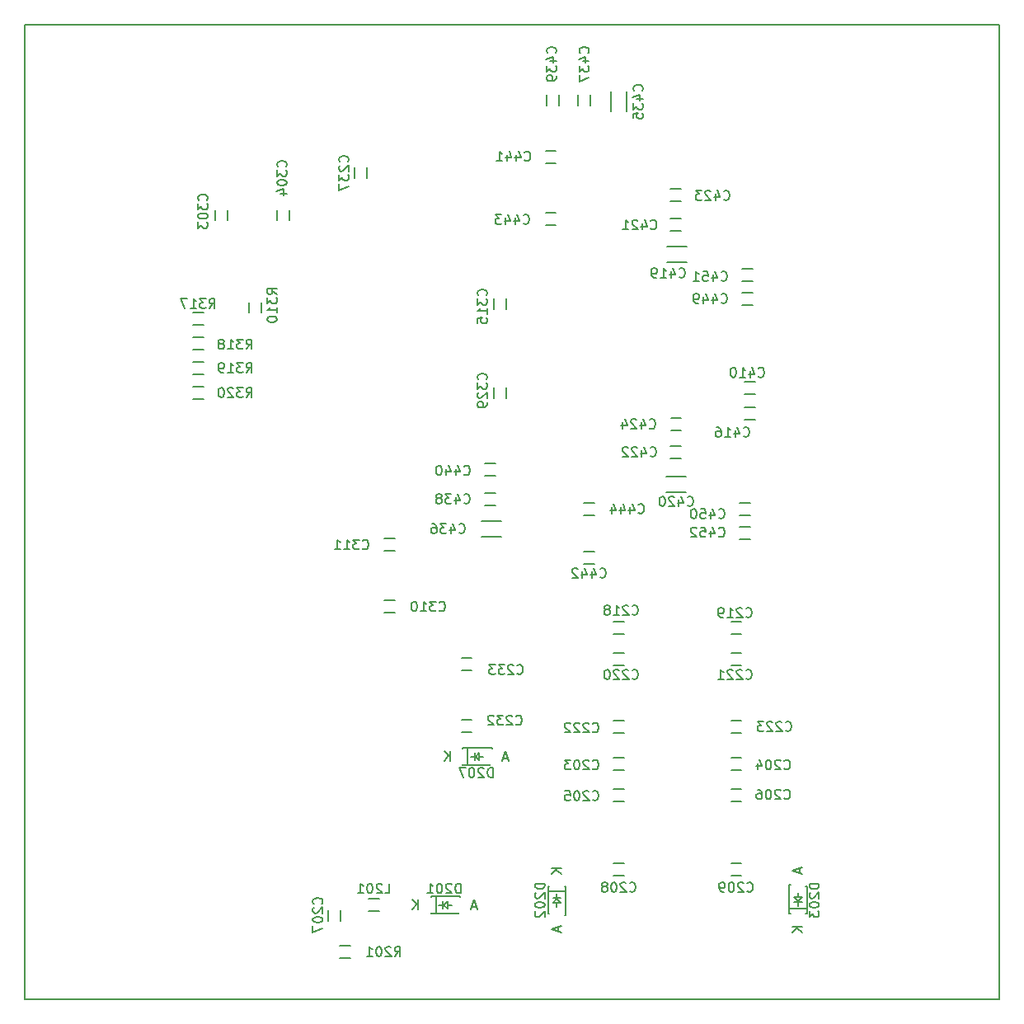
<source format=gbo>
G04 #@! TF.FileFunction,Legend,Bot*
%FSLAX46Y46*%
G04 Gerber Fmt 4.6, Leading zero omitted, Abs format (unit mm)*
G04 Created by KiCad (PCBNEW 4.0.2-stable) date 20/04/2016 14:34:56*
%MOMM*%
G01*
G04 APERTURE LIST*
%ADD10C,0.100000*%
%ADD11C,0.150000*%
G04 APERTURE END LIST*
D10*
D11*
X100000000Y0D02*
X100000000Y100000000D01*
X100000000Y0D02*
X0Y0D01*
X0Y100000000D02*
X100000000Y100000000D01*
X0Y0D02*
X0Y100000000D01*
X60960000Y24765000D02*
X60426600Y24765000D01*
X60960000Y24765000D02*
X61493400Y24765000D01*
X60960000Y23495000D02*
X60426600Y23495000D01*
X60960000Y23495000D02*
X61493400Y23495000D01*
X73025000Y24765000D02*
X72491600Y24765000D01*
X73025000Y24765000D02*
X73558400Y24765000D01*
X73025000Y23495000D02*
X72491600Y23495000D01*
X73025000Y23495000D02*
X73558400Y23495000D01*
X60960000Y21590000D02*
X60426600Y21590000D01*
X60960000Y21590000D02*
X61493400Y21590000D01*
X60960000Y20320000D02*
X60426600Y20320000D01*
X60960000Y20320000D02*
X61493400Y20320000D01*
X73025000Y21590000D02*
X72491600Y21590000D01*
X73025000Y21590000D02*
X73558400Y21590000D01*
X73025000Y20320000D02*
X72491600Y20320000D01*
X73025000Y20320000D02*
X73558400Y20320000D01*
X32384000Y8551500D02*
X32384000Y9084900D01*
X32384000Y8551500D02*
X32384000Y8018100D01*
X31114000Y8551500D02*
X31114000Y9084900D01*
X31114000Y8551500D02*
X31114000Y8018100D01*
X60960000Y13970000D02*
X60426600Y13970000D01*
X60960000Y13970000D02*
X61493400Y13970000D01*
X60960000Y12700000D02*
X60426600Y12700000D01*
X60960000Y12700000D02*
X61493400Y12700000D01*
X73025000Y13970000D02*
X72491600Y13970000D01*
X73025000Y13970000D02*
X73558400Y13970000D01*
X73025000Y12700000D02*
X72491600Y12700000D01*
X73025000Y12700000D02*
X73558400Y12700000D01*
X60960000Y38735000D02*
X60426600Y38735000D01*
X60960000Y38735000D02*
X61493400Y38735000D01*
X60960000Y37465000D02*
X60426600Y37465000D01*
X60960000Y37465000D02*
X61493400Y37465000D01*
X73025000Y38735000D02*
X72491600Y38735000D01*
X73025000Y38735000D02*
X73558400Y38735000D01*
X73025000Y37465000D02*
X72491600Y37465000D01*
X73025000Y37465000D02*
X73558400Y37465000D01*
X60960000Y35560000D02*
X60426600Y35560000D01*
X60960000Y35560000D02*
X61493400Y35560000D01*
X60960000Y34290000D02*
X60426600Y34290000D01*
X60960000Y34290000D02*
X61493400Y34290000D01*
X73025000Y35560000D02*
X72491600Y35560000D01*
X73025000Y35560000D02*
X73558400Y35560000D01*
X73025000Y34290000D02*
X72491600Y34290000D01*
X73025000Y34290000D02*
X73558400Y34290000D01*
X60960000Y28575000D02*
X60426600Y28575000D01*
X60960000Y28575000D02*
X61493400Y28575000D01*
X60960000Y27305000D02*
X60426600Y27305000D01*
X60960000Y27305000D02*
X61493400Y27305000D01*
X73025000Y28575000D02*
X72491600Y28575000D01*
X73025000Y28575000D02*
X73558400Y28575000D01*
X73025000Y27305000D02*
X72491600Y27305000D01*
X73025000Y27305000D02*
X73558400Y27305000D01*
X45338000Y28701500D02*
X44804600Y28701500D01*
X45338000Y28701500D02*
X45871400Y28701500D01*
X45338000Y27431500D02*
X44804600Y27431500D01*
X45338000Y27431500D02*
X45871400Y27431500D01*
X45339000Y35051500D02*
X44805600Y35051500D01*
X45339000Y35051500D02*
X45872400Y35051500D01*
X45339000Y33781500D02*
X44805600Y33781500D01*
X45339000Y33781500D02*
X45872400Y33781500D01*
X19507200Y80467200D02*
X19507200Y79933800D01*
X19507200Y80467200D02*
X19507200Y81000600D01*
X20777200Y80467200D02*
X20777200Y79933800D01*
X20777200Y80467200D02*
X20777200Y81000600D01*
X25857200Y80467200D02*
X25857200Y79933800D01*
X25857200Y80467200D02*
X25857200Y81000600D01*
X27127200Y80467200D02*
X27127200Y79933800D01*
X27127200Y80467200D02*
X27127200Y81000600D01*
X37432300Y40965010D02*
X36898900Y40965010D01*
X37432300Y40965010D02*
X37965700Y40965010D01*
X37432300Y39695010D02*
X36898900Y39695010D01*
X37432300Y39695010D02*
X37965700Y39695010D01*
X37432300Y47315010D02*
X36898900Y47315010D01*
X37432300Y47315010D02*
X37965700Y47315010D01*
X37432300Y46045010D02*
X36898900Y46045010D01*
X37432300Y46045010D02*
X37965700Y46045010D01*
X48133000Y71374000D02*
X48133000Y70840600D01*
X48133000Y71374000D02*
X48133000Y71907400D01*
X49403000Y71374000D02*
X49403000Y70840600D01*
X49403000Y71374000D02*
X49403000Y71907400D01*
X49403000Y62230000D02*
X49403000Y62763400D01*
X49403000Y62230000D02*
X49403000Y61696600D01*
X48133000Y62230000D02*
X48133000Y62763400D01*
X48133000Y62230000D02*
X48133000Y61696600D01*
X66928000Y77266300D02*
X65912000Y77266300D01*
X66928000Y77266300D02*
X67944000Y77266300D01*
X66928000Y75640700D02*
X67944000Y75640700D01*
X66928000Y75640700D02*
X65912000Y75640700D01*
X66878200Y53644300D02*
X65862200Y53644300D01*
X66878200Y53644300D02*
X67894200Y53644300D01*
X66878200Y52018700D02*
X67894200Y52018700D01*
X66878200Y52018700D02*
X65862200Y52018700D01*
X66827400Y80136500D02*
X66294000Y80136500D01*
X66827400Y80136500D02*
X67360800Y80136500D01*
X66827400Y78866500D02*
X66294000Y78866500D01*
X66827400Y78866500D02*
X67360800Y78866500D01*
X66801000Y56768500D02*
X66267600Y56768500D01*
X66801000Y56768500D02*
X67334400Y56768500D01*
X66801000Y55498500D02*
X66267600Y55498500D01*
X66801000Y55498500D02*
X67334400Y55498500D01*
X66827400Y83184500D02*
X66294000Y83184500D01*
X66827400Y83184500D02*
X67360800Y83184500D01*
X66827400Y81914500D02*
X66294000Y81914500D01*
X66827400Y81914500D02*
X67360800Y81914500D01*
X66852800Y59690000D02*
X66319400Y59690000D01*
X66852800Y59690000D02*
X67386200Y59690000D01*
X66852800Y58420000D02*
X66319400Y58420000D01*
X66852800Y58420000D02*
X67386200Y58420000D01*
X60146200Y92125800D02*
X60146200Y91109800D01*
X60146200Y92125800D02*
X60146200Y93141800D01*
X61771800Y92125800D02*
X61771800Y93141800D01*
X61771800Y92125800D02*
X61771800Y91109800D01*
X47879000Y47446700D02*
X48895000Y47446700D01*
X47879000Y47446700D02*
X46863000Y47446700D01*
X47879000Y49072300D02*
X46863000Y49072300D01*
X47879000Y49072300D02*
X48895000Y49072300D01*
X56768000Y92278200D02*
X56768000Y91744800D01*
X56768000Y92278200D02*
X56768000Y92811600D01*
X58038000Y92278200D02*
X58038000Y91744800D01*
X58038000Y92278200D02*
X58038000Y92811600D01*
X47752000Y50672500D02*
X48285400Y50672500D01*
X47752000Y50672500D02*
X47218600Y50672500D01*
X47752000Y51942500D02*
X48285400Y51942500D01*
X47752000Y51942500D02*
X47218600Y51942500D01*
X53543200Y92270400D02*
X53543200Y91737000D01*
X53543200Y92270400D02*
X53543200Y92803800D01*
X54813200Y92270400D02*
X54813200Y91737000D01*
X54813200Y92270400D02*
X54813200Y92803800D01*
X47751000Y53720500D02*
X48284400Y53720500D01*
X47751000Y53720500D02*
X47217600Y53720500D01*
X47751000Y54990500D02*
X48284400Y54990500D01*
X47751000Y54990500D02*
X47217600Y54990500D01*
X53975000Y87122000D02*
X53441600Y87122000D01*
X53975000Y87122000D02*
X54508400Y87122000D01*
X53975000Y85852000D02*
X53441600Y85852000D01*
X53975000Y85852000D02*
X54508400Y85852000D01*
X57912000Y45974000D02*
X57378600Y45974000D01*
X57912000Y45974000D02*
X58445400Y45974000D01*
X57912000Y44704000D02*
X57378600Y44704000D01*
X57912000Y44704000D02*
X58445400Y44704000D01*
X53975000Y80708500D02*
X53441600Y80708500D01*
X53975000Y80708500D02*
X54508400Y80708500D01*
X53975000Y79438500D02*
X53441600Y79438500D01*
X53975000Y79438500D02*
X54508400Y79438500D01*
X57912000Y50927000D02*
X57378600Y50927000D01*
X57912000Y50927000D02*
X58445400Y50927000D01*
X57912000Y49657000D02*
X57378600Y49657000D01*
X57912000Y49657000D02*
X58445400Y49657000D01*
X45454000Y23991500D02*
X45454000Y25791500D01*
X46154000Y24891500D02*
X45754000Y24891500D01*
X46654000Y24891500D02*
X47054000Y24891500D01*
X46154000Y24491500D02*
X46154000Y25291500D01*
X46654000Y25291500D02*
X46254000Y24891500D01*
X46654000Y24491500D02*
X46654000Y25291500D01*
X46254000Y24891500D02*
X46654000Y24491500D01*
X47954000Y25791500D02*
X47954000Y25691500D01*
X44954000Y25791500D02*
X47954000Y25791500D01*
X44954000Y25691500D02*
X44954000Y25791500D01*
X47754000Y23991500D02*
X47754000Y24091500D01*
X46354000Y23991500D02*
X47754000Y23991500D01*
X44954000Y23991500D02*
X44954000Y24091500D01*
X46354000Y23991500D02*
X44954000Y23991500D01*
X35813000Y9016500D02*
X36346400Y9016500D01*
X35813000Y9016500D02*
X35279600Y9016500D01*
X35813000Y10286500D02*
X36346400Y10286500D01*
X35813000Y10286500D02*
X35279600Y10286500D01*
X32849000Y5460500D02*
X32315600Y5460500D01*
X32849000Y5460500D02*
X33382400Y5460500D01*
X32849000Y4190500D02*
X32315600Y4190500D01*
X32849000Y4190500D02*
X33382400Y4190500D01*
X17779000Y69214500D02*
X18312400Y69214500D01*
X17779000Y69214500D02*
X17245600Y69214500D01*
X17779000Y70484500D02*
X18312400Y70484500D01*
X17779000Y70484500D02*
X17245600Y70484500D01*
X17780000Y66675000D02*
X18313400Y66675000D01*
X17780000Y66675000D02*
X17246600Y66675000D01*
X17780000Y67945000D02*
X18313400Y67945000D01*
X17780000Y67945000D02*
X17246600Y67945000D01*
X17780000Y64135000D02*
X18313400Y64135000D01*
X17780000Y64135000D02*
X17246600Y64135000D01*
X17780000Y65405000D02*
X18313400Y65405000D01*
X17780000Y65405000D02*
X17246600Y65405000D01*
X17780000Y61595000D02*
X18313400Y61595000D01*
X17780000Y61595000D02*
X17246600Y61595000D01*
X17780000Y62865000D02*
X18313400Y62865000D01*
X17780000Y62865000D02*
X17246600Y62865000D01*
X35061160Y84860900D02*
X35061160Y85394300D01*
X35061160Y84860900D02*
X35061160Y84327500D01*
X33791160Y84860900D02*
X33791160Y85394300D01*
X33791160Y84860900D02*
X33791160Y84327500D01*
X74421000Y62127708D02*
X74954400Y62127708D01*
X74421000Y62127708D02*
X73887600Y62127708D01*
X74421000Y63397708D02*
X74954400Y63397708D01*
X74421000Y63397708D02*
X73887600Y63397708D01*
X74421000Y59502708D02*
X74954400Y59502708D01*
X74421000Y59502708D02*
X73887600Y59502708D01*
X74421000Y60772708D02*
X74954400Y60772708D01*
X74421000Y60772708D02*
X73887600Y60772708D01*
X74167000Y71258384D02*
X74700400Y71258384D01*
X74167000Y71258384D02*
X73633600Y71258384D01*
X74167000Y72528384D02*
X74700400Y72528384D01*
X74167000Y72528384D02*
X73633600Y72528384D01*
X73913000Y49656500D02*
X74446400Y49656500D01*
X73913000Y49656500D02*
X73379600Y49656500D01*
X73913000Y50926500D02*
X74446400Y50926500D01*
X73913000Y50926500D02*
X73379600Y50926500D01*
X74167000Y73671384D02*
X74700400Y73671384D01*
X74167000Y73671384D02*
X73633600Y73671384D01*
X74167000Y74941384D02*
X74700400Y74941384D01*
X74167000Y74941384D02*
X73633600Y74941384D01*
X73913000Y47243500D02*
X74446400Y47243500D01*
X73913000Y47243500D02*
X73379600Y47243500D01*
X73913000Y48513500D02*
X74446400Y48513500D01*
X73913000Y48513500D02*
X73379600Y48513500D01*
X22986000Y70992500D02*
X22986000Y70459100D01*
X22986000Y70992500D02*
X22986000Y71525900D01*
X24256000Y70992500D02*
X24256000Y70459100D01*
X24256000Y70992500D02*
X24256000Y71525900D01*
X42201000Y8751500D02*
X42201000Y10551500D01*
X42901000Y9651500D02*
X42501000Y9651500D01*
X43401000Y9651500D02*
X43801000Y9651500D01*
X42901000Y9251500D02*
X42901000Y10051500D01*
X43401000Y10051500D02*
X43001000Y9651500D01*
X43401000Y9251500D02*
X43401000Y10051500D01*
X43001000Y9651500D02*
X43401000Y9251500D01*
X44701000Y10551500D02*
X44701000Y10451500D01*
X41701000Y10551500D02*
X44701000Y10551500D01*
X41701000Y10451500D02*
X41701000Y10551500D01*
X44501000Y8751500D02*
X44501000Y8851500D01*
X43101000Y8751500D02*
X44501000Y8751500D01*
X41701000Y8751500D02*
X41701000Y8851500D01*
X43101000Y8751500D02*
X41701000Y8751500D01*
X53710000Y11060000D02*
X55510000Y11060000D01*
X54610000Y10360000D02*
X54610000Y10760000D01*
X54610000Y9860000D02*
X54610000Y9460000D01*
X54210000Y10360000D02*
X55010000Y10360000D01*
X55010000Y9860000D02*
X54610000Y10260000D01*
X54210000Y9860000D02*
X55010000Y9860000D01*
X54610000Y10260000D02*
X54210000Y9860000D01*
X55510000Y8560000D02*
X55410000Y8560000D01*
X55510000Y11560000D02*
X55510000Y8560000D01*
X55410000Y11560000D02*
X55510000Y11560000D01*
X53710000Y8760000D02*
X53810000Y8760000D01*
X53710000Y10160000D02*
X53710000Y8760000D01*
X53710000Y11560000D02*
X53810000Y11560000D01*
X53710000Y10160000D02*
X53710000Y11560000D01*
X80275000Y9260000D02*
X78475000Y9260000D01*
X79375000Y9960000D02*
X79375000Y9560000D01*
X79375000Y10460000D02*
X79375000Y10860000D01*
X79775000Y9960000D02*
X78975000Y9960000D01*
X78975000Y10460000D02*
X79375000Y10060000D01*
X79775000Y10460000D02*
X78975000Y10460000D01*
X79375000Y10060000D02*
X79775000Y10460000D01*
X78475000Y11760000D02*
X78575000Y11760000D01*
X78475000Y8760000D02*
X78475000Y11760000D01*
X78575000Y8760000D02*
X78475000Y8760000D01*
X80275000Y11560000D02*
X80175000Y11560000D01*
X80275000Y10160000D02*
X80275000Y11560000D01*
X80275000Y8760000D02*
X80175000Y8760000D01*
X80275000Y10160000D02*
X80275000Y8760000D01*
X58268047Y23645357D02*
X58315666Y23597738D01*
X58458523Y23550119D01*
X58553761Y23550119D01*
X58696619Y23597738D01*
X58791857Y23692976D01*
X58839476Y23788214D01*
X58887095Y23978690D01*
X58887095Y24121548D01*
X58839476Y24312024D01*
X58791857Y24407262D01*
X58696619Y24502500D01*
X58553761Y24550119D01*
X58458523Y24550119D01*
X58315666Y24502500D01*
X58268047Y24454881D01*
X57887095Y24454881D02*
X57839476Y24502500D01*
X57744238Y24550119D01*
X57506142Y24550119D01*
X57410904Y24502500D01*
X57363285Y24454881D01*
X57315666Y24359643D01*
X57315666Y24264405D01*
X57363285Y24121548D01*
X57934714Y23550119D01*
X57315666Y23550119D01*
X56696619Y24550119D02*
X56601380Y24550119D01*
X56506142Y24502500D01*
X56458523Y24454881D01*
X56410904Y24359643D01*
X56363285Y24169167D01*
X56363285Y23931071D01*
X56410904Y23740595D01*
X56458523Y23645357D01*
X56506142Y23597738D01*
X56601380Y23550119D01*
X56696619Y23550119D01*
X56791857Y23597738D01*
X56839476Y23645357D01*
X56887095Y23740595D01*
X56934714Y23931071D01*
X56934714Y24169167D01*
X56887095Y24359643D01*
X56839476Y24454881D01*
X56791857Y24502500D01*
X56696619Y24550119D01*
X56029952Y24550119D02*
X55410904Y24550119D01*
X55744238Y24169167D01*
X55601380Y24169167D01*
X55506142Y24121548D01*
X55458523Y24073929D01*
X55410904Y23978690D01*
X55410904Y23740595D01*
X55458523Y23645357D01*
X55506142Y23597738D01*
X55601380Y23550119D01*
X55887095Y23550119D01*
X55982333Y23597738D01*
X56029952Y23645357D01*
X77953047Y23645357D02*
X78000666Y23597738D01*
X78143523Y23550119D01*
X78238761Y23550119D01*
X78381619Y23597738D01*
X78476857Y23692976D01*
X78524476Y23788214D01*
X78572095Y23978690D01*
X78572095Y24121548D01*
X78524476Y24312024D01*
X78476857Y24407262D01*
X78381619Y24502500D01*
X78238761Y24550119D01*
X78143523Y24550119D01*
X78000666Y24502500D01*
X77953047Y24454881D01*
X77572095Y24454881D02*
X77524476Y24502500D01*
X77429238Y24550119D01*
X77191142Y24550119D01*
X77095904Y24502500D01*
X77048285Y24454881D01*
X77000666Y24359643D01*
X77000666Y24264405D01*
X77048285Y24121548D01*
X77619714Y23550119D01*
X77000666Y23550119D01*
X76381619Y24550119D02*
X76286380Y24550119D01*
X76191142Y24502500D01*
X76143523Y24454881D01*
X76095904Y24359643D01*
X76048285Y24169167D01*
X76048285Y23931071D01*
X76095904Y23740595D01*
X76143523Y23645357D01*
X76191142Y23597738D01*
X76286380Y23550119D01*
X76381619Y23550119D01*
X76476857Y23597738D01*
X76524476Y23645357D01*
X76572095Y23740595D01*
X76619714Y23931071D01*
X76619714Y24169167D01*
X76572095Y24359643D01*
X76524476Y24454881D01*
X76476857Y24502500D01*
X76381619Y24550119D01*
X75191142Y24216786D02*
X75191142Y23550119D01*
X75429238Y24597738D02*
X75667333Y23883452D01*
X75048285Y23883452D01*
X58268047Y20470357D02*
X58315666Y20422738D01*
X58458523Y20375119D01*
X58553761Y20375119D01*
X58696619Y20422738D01*
X58791857Y20517976D01*
X58839476Y20613214D01*
X58887095Y20803690D01*
X58887095Y20946548D01*
X58839476Y21137024D01*
X58791857Y21232262D01*
X58696619Y21327500D01*
X58553761Y21375119D01*
X58458523Y21375119D01*
X58315666Y21327500D01*
X58268047Y21279881D01*
X57887095Y21279881D02*
X57839476Y21327500D01*
X57744238Y21375119D01*
X57506142Y21375119D01*
X57410904Y21327500D01*
X57363285Y21279881D01*
X57315666Y21184643D01*
X57315666Y21089405D01*
X57363285Y20946548D01*
X57934714Y20375119D01*
X57315666Y20375119D01*
X56696619Y21375119D02*
X56601380Y21375119D01*
X56506142Y21327500D01*
X56458523Y21279881D01*
X56410904Y21184643D01*
X56363285Y20994167D01*
X56363285Y20756071D01*
X56410904Y20565595D01*
X56458523Y20470357D01*
X56506142Y20422738D01*
X56601380Y20375119D01*
X56696619Y20375119D01*
X56791857Y20422738D01*
X56839476Y20470357D01*
X56887095Y20565595D01*
X56934714Y20756071D01*
X56934714Y20994167D01*
X56887095Y21184643D01*
X56839476Y21279881D01*
X56791857Y21327500D01*
X56696619Y21375119D01*
X55458523Y21375119D02*
X55934714Y21375119D01*
X55982333Y20898929D01*
X55934714Y20946548D01*
X55839476Y20994167D01*
X55601380Y20994167D01*
X55506142Y20946548D01*
X55458523Y20898929D01*
X55410904Y20803690D01*
X55410904Y20565595D01*
X55458523Y20470357D01*
X55506142Y20422738D01*
X55601380Y20375119D01*
X55839476Y20375119D01*
X55934714Y20422738D01*
X55982333Y20470357D01*
X77953047Y20597357D02*
X78000666Y20549738D01*
X78143523Y20502119D01*
X78238761Y20502119D01*
X78381619Y20549738D01*
X78476857Y20644976D01*
X78524476Y20740214D01*
X78572095Y20930690D01*
X78572095Y21073548D01*
X78524476Y21264024D01*
X78476857Y21359262D01*
X78381619Y21454500D01*
X78238761Y21502119D01*
X78143523Y21502119D01*
X78000666Y21454500D01*
X77953047Y21406881D01*
X77572095Y21406881D02*
X77524476Y21454500D01*
X77429238Y21502119D01*
X77191142Y21502119D01*
X77095904Y21454500D01*
X77048285Y21406881D01*
X77000666Y21311643D01*
X77000666Y21216405D01*
X77048285Y21073548D01*
X77619714Y20502119D01*
X77000666Y20502119D01*
X76381619Y21502119D02*
X76286380Y21502119D01*
X76191142Y21454500D01*
X76143523Y21406881D01*
X76095904Y21311643D01*
X76048285Y21121167D01*
X76048285Y20883071D01*
X76095904Y20692595D01*
X76143523Y20597357D01*
X76191142Y20549738D01*
X76286380Y20502119D01*
X76381619Y20502119D01*
X76476857Y20549738D01*
X76524476Y20597357D01*
X76572095Y20692595D01*
X76619714Y20883071D01*
X76619714Y21121167D01*
X76572095Y21311643D01*
X76524476Y21406881D01*
X76476857Y21454500D01*
X76381619Y21502119D01*
X75191142Y21502119D02*
X75381619Y21502119D01*
X75476857Y21454500D01*
X75524476Y21406881D01*
X75619714Y21264024D01*
X75667333Y21073548D01*
X75667333Y20692595D01*
X75619714Y20597357D01*
X75572095Y20549738D01*
X75476857Y20502119D01*
X75286380Y20502119D01*
X75191142Y20549738D01*
X75143523Y20597357D01*
X75095904Y20692595D01*
X75095904Y20930690D01*
X75143523Y21025929D01*
X75191142Y21073548D01*
X75286380Y21121167D01*
X75476857Y21121167D01*
X75572095Y21073548D01*
X75619714Y21025929D01*
X75667333Y20930690D01*
X30456143Y9755047D02*
X30503762Y9802666D01*
X30551381Y9945523D01*
X30551381Y10040761D01*
X30503762Y10183619D01*
X30408524Y10278857D01*
X30313286Y10326476D01*
X30122810Y10374095D01*
X29979952Y10374095D01*
X29789476Y10326476D01*
X29694238Y10278857D01*
X29599000Y10183619D01*
X29551381Y10040761D01*
X29551381Y9945523D01*
X29599000Y9802666D01*
X29646619Y9755047D01*
X29646619Y9374095D02*
X29599000Y9326476D01*
X29551381Y9231238D01*
X29551381Y8993142D01*
X29599000Y8897904D01*
X29646619Y8850285D01*
X29741857Y8802666D01*
X29837095Y8802666D01*
X29979952Y8850285D01*
X30551381Y9421714D01*
X30551381Y8802666D01*
X29551381Y8183619D02*
X29551381Y8088380D01*
X29599000Y7993142D01*
X29646619Y7945523D01*
X29741857Y7897904D01*
X29932333Y7850285D01*
X30170429Y7850285D01*
X30360905Y7897904D01*
X30456143Y7945523D01*
X30503762Y7993142D01*
X30551381Y8088380D01*
X30551381Y8183619D01*
X30503762Y8278857D01*
X30456143Y8326476D01*
X30360905Y8374095D01*
X30170429Y8421714D01*
X29932333Y8421714D01*
X29741857Y8374095D01*
X29646619Y8326476D01*
X29599000Y8278857D01*
X29551381Y8183619D01*
X29551381Y7516952D02*
X29551381Y6850285D01*
X30551381Y7278857D01*
X62079047Y11072857D02*
X62126666Y11025238D01*
X62269523Y10977619D01*
X62364761Y10977619D01*
X62507619Y11025238D01*
X62602857Y11120476D01*
X62650476Y11215714D01*
X62698095Y11406190D01*
X62698095Y11549048D01*
X62650476Y11739524D01*
X62602857Y11834762D01*
X62507619Y11930000D01*
X62364761Y11977619D01*
X62269523Y11977619D01*
X62126666Y11930000D01*
X62079047Y11882381D01*
X61698095Y11882381D02*
X61650476Y11930000D01*
X61555238Y11977619D01*
X61317142Y11977619D01*
X61221904Y11930000D01*
X61174285Y11882381D01*
X61126666Y11787143D01*
X61126666Y11691905D01*
X61174285Y11549048D01*
X61745714Y10977619D01*
X61126666Y10977619D01*
X60507619Y11977619D02*
X60412380Y11977619D01*
X60317142Y11930000D01*
X60269523Y11882381D01*
X60221904Y11787143D01*
X60174285Y11596667D01*
X60174285Y11358571D01*
X60221904Y11168095D01*
X60269523Y11072857D01*
X60317142Y11025238D01*
X60412380Y10977619D01*
X60507619Y10977619D01*
X60602857Y11025238D01*
X60650476Y11072857D01*
X60698095Y11168095D01*
X60745714Y11358571D01*
X60745714Y11596667D01*
X60698095Y11787143D01*
X60650476Y11882381D01*
X60602857Y11930000D01*
X60507619Y11977619D01*
X59602857Y11549048D02*
X59698095Y11596667D01*
X59745714Y11644286D01*
X59793333Y11739524D01*
X59793333Y11787143D01*
X59745714Y11882381D01*
X59698095Y11930000D01*
X59602857Y11977619D01*
X59412380Y11977619D01*
X59317142Y11930000D01*
X59269523Y11882381D01*
X59221904Y11787143D01*
X59221904Y11739524D01*
X59269523Y11644286D01*
X59317142Y11596667D01*
X59412380Y11549048D01*
X59602857Y11549048D01*
X59698095Y11501429D01*
X59745714Y11453810D01*
X59793333Y11358571D01*
X59793333Y11168095D01*
X59745714Y11072857D01*
X59698095Y11025238D01*
X59602857Y10977619D01*
X59412380Y10977619D01*
X59317142Y11025238D01*
X59269523Y11072857D01*
X59221904Y11168095D01*
X59221904Y11358571D01*
X59269523Y11453810D01*
X59317142Y11501429D01*
X59412380Y11549048D01*
X74143047Y11072857D02*
X74190666Y11025238D01*
X74333523Y10977619D01*
X74428761Y10977619D01*
X74571619Y11025238D01*
X74666857Y11120476D01*
X74714476Y11215714D01*
X74762095Y11406190D01*
X74762095Y11549048D01*
X74714476Y11739524D01*
X74666857Y11834762D01*
X74571619Y11930000D01*
X74428761Y11977619D01*
X74333523Y11977619D01*
X74190666Y11930000D01*
X74143047Y11882381D01*
X73762095Y11882381D02*
X73714476Y11930000D01*
X73619238Y11977619D01*
X73381142Y11977619D01*
X73285904Y11930000D01*
X73238285Y11882381D01*
X73190666Y11787143D01*
X73190666Y11691905D01*
X73238285Y11549048D01*
X73809714Y10977619D01*
X73190666Y10977619D01*
X72571619Y11977619D02*
X72476380Y11977619D01*
X72381142Y11930000D01*
X72333523Y11882381D01*
X72285904Y11787143D01*
X72238285Y11596667D01*
X72238285Y11358571D01*
X72285904Y11168095D01*
X72333523Y11072857D01*
X72381142Y11025238D01*
X72476380Y10977619D01*
X72571619Y10977619D01*
X72666857Y11025238D01*
X72714476Y11072857D01*
X72762095Y11168095D01*
X72809714Y11358571D01*
X72809714Y11596667D01*
X72762095Y11787143D01*
X72714476Y11882381D01*
X72666857Y11930000D01*
X72571619Y11977619D01*
X71762095Y10977619D02*
X71571619Y10977619D01*
X71476380Y11025238D01*
X71428761Y11072857D01*
X71333523Y11215714D01*
X71285904Y11406190D01*
X71285904Y11787143D01*
X71333523Y11882381D01*
X71381142Y11930000D01*
X71476380Y11977619D01*
X71666857Y11977619D01*
X71762095Y11930000D01*
X71809714Y11882381D01*
X71857333Y11787143D01*
X71857333Y11549048D01*
X71809714Y11453810D01*
X71762095Y11406190D01*
X71666857Y11358571D01*
X71476380Y11358571D01*
X71381142Y11406190D01*
X71333523Y11453810D01*
X71285904Y11549048D01*
X62333047Y39520857D02*
X62380666Y39473238D01*
X62523523Y39425619D01*
X62618761Y39425619D01*
X62761619Y39473238D01*
X62856857Y39568476D01*
X62904476Y39663714D01*
X62952095Y39854190D01*
X62952095Y39997048D01*
X62904476Y40187524D01*
X62856857Y40282762D01*
X62761619Y40378000D01*
X62618761Y40425619D01*
X62523523Y40425619D01*
X62380666Y40378000D01*
X62333047Y40330381D01*
X61952095Y40330381D02*
X61904476Y40378000D01*
X61809238Y40425619D01*
X61571142Y40425619D01*
X61475904Y40378000D01*
X61428285Y40330381D01*
X61380666Y40235143D01*
X61380666Y40139905D01*
X61428285Y39997048D01*
X61999714Y39425619D01*
X61380666Y39425619D01*
X60428285Y39425619D02*
X60999714Y39425619D01*
X60714000Y39425619D02*
X60714000Y40425619D01*
X60809238Y40282762D01*
X60904476Y40187524D01*
X60999714Y40139905D01*
X59856857Y39997048D02*
X59952095Y40044667D01*
X59999714Y40092286D01*
X60047333Y40187524D01*
X60047333Y40235143D01*
X59999714Y40330381D01*
X59952095Y40378000D01*
X59856857Y40425619D01*
X59666380Y40425619D01*
X59571142Y40378000D01*
X59523523Y40330381D01*
X59475904Y40235143D01*
X59475904Y40187524D01*
X59523523Y40092286D01*
X59571142Y40044667D01*
X59666380Y39997048D01*
X59856857Y39997048D01*
X59952095Y39949429D01*
X59999714Y39901810D01*
X60047333Y39806571D01*
X60047333Y39616095D01*
X59999714Y39520857D01*
X59952095Y39473238D01*
X59856857Y39425619D01*
X59666380Y39425619D01*
X59571142Y39473238D01*
X59523523Y39520857D01*
X59475904Y39616095D01*
X59475904Y39806571D01*
X59523523Y39901810D01*
X59571142Y39949429D01*
X59666380Y39997048D01*
X74017047Y39266857D02*
X74064666Y39219238D01*
X74207523Y39171619D01*
X74302761Y39171619D01*
X74445619Y39219238D01*
X74540857Y39314476D01*
X74588476Y39409714D01*
X74636095Y39600190D01*
X74636095Y39743048D01*
X74588476Y39933524D01*
X74540857Y40028762D01*
X74445619Y40124000D01*
X74302761Y40171619D01*
X74207523Y40171619D01*
X74064666Y40124000D01*
X74017047Y40076381D01*
X73636095Y40076381D02*
X73588476Y40124000D01*
X73493238Y40171619D01*
X73255142Y40171619D01*
X73159904Y40124000D01*
X73112285Y40076381D01*
X73064666Y39981143D01*
X73064666Y39885905D01*
X73112285Y39743048D01*
X73683714Y39171619D01*
X73064666Y39171619D01*
X72112285Y39171619D02*
X72683714Y39171619D01*
X72398000Y39171619D02*
X72398000Y40171619D01*
X72493238Y40028762D01*
X72588476Y39933524D01*
X72683714Y39885905D01*
X71636095Y39171619D02*
X71445619Y39171619D01*
X71350380Y39219238D01*
X71302761Y39266857D01*
X71207523Y39409714D01*
X71159904Y39600190D01*
X71159904Y39981143D01*
X71207523Y40076381D01*
X71255142Y40124000D01*
X71350380Y40171619D01*
X71540857Y40171619D01*
X71636095Y40124000D01*
X71683714Y40076381D01*
X71731333Y39981143D01*
X71731333Y39743048D01*
X71683714Y39647810D01*
X71636095Y39600190D01*
X71540857Y39552571D01*
X71350380Y39552571D01*
X71255142Y39600190D01*
X71207523Y39647810D01*
X71159904Y39743048D01*
X62333047Y32916857D02*
X62380666Y32869238D01*
X62523523Y32821619D01*
X62618761Y32821619D01*
X62761619Y32869238D01*
X62856857Y32964476D01*
X62904476Y33059714D01*
X62952095Y33250190D01*
X62952095Y33393048D01*
X62904476Y33583524D01*
X62856857Y33678762D01*
X62761619Y33774000D01*
X62618761Y33821619D01*
X62523523Y33821619D01*
X62380666Y33774000D01*
X62333047Y33726381D01*
X61952095Y33726381D02*
X61904476Y33774000D01*
X61809238Y33821619D01*
X61571142Y33821619D01*
X61475904Y33774000D01*
X61428285Y33726381D01*
X61380666Y33631143D01*
X61380666Y33535905D01*
X61428285Y33393048D01*
X61999714Y32821619D01*
X61380666Y32821619D01*
X60999714Y33726381D02*
X60952095Y33774000D01*
X60856857Y33821619D01*
X60618761Y33821619D01*
X60523523Y33774000D01*
X60475904Y33726381D01*
X60428285Y33631143D01*
X60428285Y33535905D01*
X60475904Y33393048D01*
X61047333Y32821619D01*
X60428285Y32821619D01*
X59809238Y33821619D02*
X59713999Y33821619D01*
X59618761Y33774000D01*
X59571142Y33726381D01*
X59523523Y33631143D01*
X59475904Y33440667D01*
X59475904Y33202571D01*
X59523523Y33012095D01*
X59571142Y32916857D01*
X59618761Y32869238D01*
X59713999Y32821619D01*
X59809238Y32821619D01*
X59904476Y32869238D01*
X59952095Y32916857D01*
X59999714Y33012095D01*
X60047333Y33202571D01*
X60047333Y33440667D01*
X59999714Y33631143D01*
X59952095Y33726381D01*
X59904476Y33774000D01*
X59809238Y33821619D01*
X74017047Y32916857D02*
X74064666Y32869238D01*
X74207523Y32821619D01*
X74302761Y32821619D01*
X74445619Y32869238D01*
X74540857Y32964476D01*
X74588476Y33059714D01*
X74636095Y33250190D01*
X74636095Y33393048D01*
X74588476Y33583524D01*
X74540857Y33678762D01*
X74445619Y33774000D01*
X74302761Y33821619D01*
X74207523Y33821619D01*
X74064666Y33774000D01*
X74017047Y33726381D01*
X73636095Y33726381D02*
X73588476Y33774000D01*
X73493238Y33821619D01*
X73255142Y33821619D01*
X73159904Y33774000D01*
X73112285Y33726381D01*
X73064666Y33631143D01*
X73064666Y33535905D01*
X73112285Y33393048D01*
X73683714Y32821619D01*
X73064666Y32821619D01*
X72683714Y33726381D02*
X72636095Y33774000D01*
X72540857Y33821619D01*
X72302761Y33821619D01*
X72207523Y33774000D01*
X72159904Y33726381D01*
X72112285Y33631143D01*
X72112285Y33535905D01*
X72159904Y33393048D01*
X72731333Y32821619D01*
X72112285Y32821619D01*
X71159904Y32821619D02*
X71731333Y32821619D01*
X71445619Y32821619D02*
X71445619Y33821619D01*
X71540857Y33678762D01*
X71636095Y33583524D01*
X71731333Y33535905D01*
X58268047Y27455357D02*
X58315666Y27407738D01*
X58458523Y27360119D01*
X58553761Y27360119D01*
X58696619Y27407738D01*
X58791857Y27502976D01*
X58839476Y27598214D01*
X58887095Y27788690D01*
X58887095Y27931548D01*
X58839476Y28122024D01*
X58791857Y28217262D01*
X58696619Y28312500D01*
X58553761Y28360119D01*
X58458523Y28360119D01*
X58315666Y28312500D01*
X58268047Y28264881D01*
X57887095Y28264881D02*
X57839476Y28312500D01*
X57744238Y28360119D01*
X57506142Y28360119D01*
X57410904Y28312500D01*
X57363285Y28264881D01*
X57315666Y28169643D01*
X57315666Y28074405D01*
X57363285Y27931548D01*
X57934714Y27360119D01*
X57315666Y27360119D01*
X56934714Y28264881D02*
X56887095Y28312500D01*
X56791857Y28360119D01*
X56553761Y28360119D01*
X56458523Y28312500D01*
X56410904Y28264881D01*
X56363285Y28169643D01*
X56363285Y28074405D01*
X56410904Y27931548D01*
X56982333Y27360119D01*
X56363285Y27360119D01*
X55982333Y28264881D02*
X55934714Y28312500D01*
X55839476Y28360119D01*
X55601380Y28360119D01*
X55506142Y28312500D01*
X55458523Y28264881D01*
X55410904Y28169643D01*
X55410904Y28074405D01*
X55458523Y27931548D01*
X56029952Y27360119D01*
X55410904Y27360119D01*
X78081047Y27582857D02*
X78128666Y27535238D01*
X78271523Y27487619D01*
X78366761Y27487619D01*
X78509619Y27535238D01*
X78604857Y27630476D01*
X78652476Y27725714D01*
X78700095Y27916190D01*
X78700095Y28059048D01*
X78652476Y28249524D01*
X78604857Y28344762D01*
X78509619Y28440000D01*
X78366761Y28487619D01*
X78271523Y28487619D01*
X78128666Y28440000D01*
X78081047Y28392381D01*
X77700095Y28392381D02*
X77652476Y28440000D01*
X77557238Y28487619D01*
X77319142Y28487619D01*
X77223904Y28440000D01*
X77176285Y28392381D01*
X77128666Y28297143D01*
X77128666Y28201905D01*
X77176285Y28059048D01*
X77747714Y27487619D01*
X77128666Y27487619D01*
X76747714Y28392381D02*
X76700095Y28440000D01*
X76604857Y28487619D01*
X76366761Y28487619D01*
X76271523Y28440000D01*
X76223904Y28392381D01*
X76176285Y28297143D01*
X76176285Y28201905D01*
X76223904Y28059048D01*
X76795333Y27487619D01*
X76176285Y27487619D01*
X75842952Y28487619D02*
X75223904Y28487619D01*
X75557238Y28106667D01*
X75414380Y28106667D01*
X75319142Y28059048D01*
X75271523Y28011429D01*
X75223904Y27916190D01*
X75223904Y27678095D01*
X75271523Y27582857D01*
X75319142Y27535238D01*
X75414380Y27487619D01*
X75700095Y27487619D01*
X75795333Y27535238D01*
X75842952Y27582857D01*
X50394047Y28217357D02*
X50441666Y28169738D01*
X50584523Y28122119D01*
X50679761Y28122119D01*
X50822619Y28169738D01*
X50917857Y28264976D01*
X50965476Y28360214D01*
X51013095Y28550690D01*
X51013095Y28693548D01*
X50965476Y28884024D01*
X50917857Y28979262D01*
X50822619Y29074500D01*
X50679761Y29122119D01*
X50584523Y29122119D01*
X50441666Y29074500D01*
X50394047Y29026881D01*
X50013095Y29026881D02*
X49965476Y29074500D01*
X49870238Y29122119D01*
X49632142Y29122119D01*
X49536904Y29074500D01*
X49489285Y29026881D01*
X49441666Y28931643D01*
X49441666Y28836405D01*
X49489285Y28693548D01*
X50060714Y28122119D01*
X49441666Y28122119D01*
X49108333Y29122119D02*
X48489285Y29122119D01*
X48822619Y28741167D01*
X48679761Y28741167D01*
X48584523Y28693548D01*
X48536904Y28645929D01*
X48489285Y28550690D01*
X48489285Y28312595D01*
X48536904Y28217357D01*
X48584523Y28169738D01*
X48679761Y28122119D01*
X48965476Y28122119D01*
X49060714Y28169738D01*
X49108333Y28217357D01*
X48108333Y29026881D02*
X48060714Y29074500D01*
X47965476Y29122119D01*
X47727380Y29122119D01*
X47632142Y29074500D01*
X47584523Y29026881D01*
X47536904Y28931643D01*
X47536904Y28836405D01*
X47584523Y28693548D01*
X48155952Y28122119D01*
X47536904Y28122119D01*
X50521047Y33424357D02*
X50568666Y33376738D01*
X50711523Y33329119D01*
X50806761Y33329119D01*
X50949619Y33376738D01*
X51044857Y33471976D01*
X51092476Y33567214D01*
X51140095Y33757690D01*
X51140095Y33900548D01*
X51092476Y34091024D01*
X51044857Y34186262D01*
X50949619Y34281500D01*
X50806761Y34329119D01*
X50711523Y34329119D01*
X50568666Y34281500D01*
X50521047Y34233881D01*
X50140095Y34233881D02*
X50092476Y34281500D01*
X49997238Y34329119D01*
X49759142Y34329119D01*
X49663904Y34281500D01*
X49616285Y34233881D01*
X49568666Y34138643D01*
X49568666Y34043405D01*
X49616285Y33900548D01*
X50187714Y33329119D01*
X49568666Y33329119D01*
X49235333Y34329119D02*
X48616285Y34329119D01*
X48949619Y33948167D01*
X48806761Y33948167D01*
X48711523Y33900548D01*
X48663904Y33852929D01*
X48616285Y33757690D01*
X48616285Y33519595D01*
X48663904Y33424357D01*
X48711523Y33376738D01*
X48806761Y33329119D01*
X49092476Y33329119D01*
X49187714Y33376738D01*
X49235333Y33424357D01*
X48282952Y34329119D02*
X47663904Y34329119D01*
X47997238Y33948167D01*
X47854380Y33948167D01*
X47759142Y33900548D01*
X47711523Y33852929D01*
X47663904Y33757690D01*
X47663904Y33519595D01*
X47711523Y33424357D01*
X47759142Y33376738D01*
X47854380Y33329119D01*
X48140095Y33329119D01*
X48235333Y33376738D01*
X48282952Y33424357D01*
X18644143Y82017547D02*
X18691762Y82065166D01*
X18739381Y82208023D01*
X18739381Y82303261D01*
X18691762Y82446119D01*
X18596524Y82541357D01*
X18501286Y82588976D01*
X18310810Y82636595D01*
X18167952Y82636595D01*
X17977476Y82588976D01*
X17882238Y82541357D01*
X17787000Y82446119D01*
X17739381Y82303261D01*
X17739381Y82208023D01*
X17787000Y82065166D01*
X17834619Y82017547D01*
X17739381Y81684214D02*
X17739381Y81065166D01*
X18120333Y81398500D01*
X18120333Y81255642D01*
X18167952Y81160404D01*
X18215571Y81112785D01*
X18310810Y81065166D01*
X18548905Y81065166D01*
X18644143Y81112785D01*
X18691762Y81160404D01*
X18739381Y81255642D01*
X18739381Y81541357D01*
X18691762Y81636595D01*
X18644143Y81684214D01*
X17739381Y80446119D02*
X17739381Y80350880D01*
X17787000Y80255642D01*
X17834619Y80208023D01*
X17929857Y80160404D01*
X18120333Y80112785D01*
X18358429Y80112785D01*
X18548905Y80160404D01*
X18644143Y80208023D01*
X18691762Y80255642D01*
X18739381Y80350880D01*
X18739381Y80446119D01*
X18691762Y80541357D01*
X18644143Y80588976D01*
X18548905Y80636595D01*
X18358429Y80684214D01*
X18120333Y80684214D01*
X17929857Y80636595D01*
X17834619Y80588976D01*
X17787000Y80541357D01*
X17739381Y80446119D01*
X17739381Y79779452D02*
X17739381Y79160404D01*
X18120333Y79493738D01*
X18120333Y79350880D01*
X18167952Y79255642D01*
X18215571Y79208023D01*
X18310810Y79160404D01*
X18548905Y79160404D01*
X18644143Y79208023D01*
X18691762Y79255642D01*
X18739381Y79350880D01*
X18739381Y79636595D01*
X18691762Y79731833D01*
X18644143Y79779452D01*
X26773143Y85447047D02*
X26820762Y85494666D01*
X26868381Y85637523D01*
X26868381Y85732761D01*
X26820762Y85875619D01*
X26725524Y85970857D01*
X26630286Y86018476D01*
X26439810Y86066095D01*
X26296952Y86066095D01*
X26106476Y86018476D01*
X26011238Y85970857D01*
X25916000Y85875619D01*
X25868381Y85732761D01*
X25868381Y85637523D01*
X25916000Y85494666D01*
X25963619Y85447047D01*
X25868381Y85113714D02*
X25868381Y84494666D01*
X26249333Y84828000D01*
X26249333Y84685142D01*
X26296952Y84589904D01*
X26344571Y84542285D01*
X26439810Y84494666D01*
X26677905Y84494666D01*
X26773143Y84542285D01*
X26820762Y84589904D01*
X26868381Y84685142D01*
X26868381Y84970857D01*
X26820762Y85066095D01*
X26773143Y85113714D01*
X25868381Y83875619D02*
X25868381Y83780380D01*
X25916000Y83685142D01*
X25963619Y83637523D01*
X26058857Y83589904D01*
X26249333Y83542285D01*
X26487429Y83542285D01*
X26677905Y83589904D01*
X26773143Y83637523D01*
X26820762Y83685142D01*
X26868381Y83780380D01*
X26868381Y83875619D01*
X26820762Y83970857D01*
X26773143Y84018476D01*
X26677905Y84066095D01*
X26487429Y84113714D01*
X26249333Y84113714D01*
X26058857Y84066095D01*
X25963619Y84018476D01*
X25916000Y83970857D01*
X25868381Y83875619D01*
X26201714Y82685142D02*
X26868381Y82685142D01*
X25820762Y82923238D02*
X26535048Y83161333D01*
X26535048Y82542285D01*
X42520047Y39901357D02*
X42567666Y39853738D01*
X42710523Y39806119D01*
X42805761Y39806119D01*
X42948619Y39853738D01*
X43043857Y39948976D01*
X43091476Y40044214D01*
X43139095Y40234690D01*
X43139095Y40377548D01*
X43091476Y40568024D01*
X43043857Y40663262D01*
X42948619Y40758500D01*
X42805761Y40806119D01*
X42710523Y40806119D01*
X42567666Y40758500D01*
X42520047Y40710881D01*
X42186714Y40806119D02*
X41567666Y40806119D01*
X41901000Y40425167D01*
X41758142Y40425167D01*
X41662904Y40377548D01*
X41615285Y40329929D01*
X41567666Y40234690D01*
X41567666Y39996595D01*
X41615285Y39901357D01*
X41662904Y39853738D01*
X41758142Y39806119D01*
X42043857Y39806119D01*
X42139095Y39853738D01*
X42186714Y39901357D01*
X40615285Y39806119D02*
X41186714Y39806119D01*
X40901000Y39806119D02*
X40901000Y40806119D01*
X40996238Y40663262D01*
X41091476Y40568024D01*
X41186714Y40520405D01*
X39996238Y40806119D02*
X39900999Y40806119D01*
X39805761Y40758500D01*
X39758142Y40710881D01*
X39710523Y40615643D01*
X39662904Y40425167D01*
X39662904Y40187071D01*
X39710523Y39996595D01*
X39758142Y39901357D01*
X39805761Y39853738D01*
X39900999Y39806119D01*
X39996238Y39806119D01*
X40091476Y39853738D01*
X40139095Y39901357D01*
X40186714Y39996595D01*
X40234333Y40187071D01*
X40234333Y40425167D01*
X40186714Y40615643D01*
X40139095Y40710881D01*
X40091476Y40758500D01*
X39996238Y40806119D01*
X34646047Y46251357D02*
X34693666Y46203738D01*
X34836523Y46156119D01*
X34931761Y46156119D01*
X35074619Y46203738D01*
X35169857Y46298976D01*
X35217476Y46394214D01*
X35265095Y46584690D01*
X35265095Y46727548D01*
X35217476Y46918024D01*
X35169857Y47013262D01*
X35074619Y47108500D01*
X34931761Y47156119D01*
X34836523Y47156119D01*
X34693666Y47108500D01*
X34646047Y47060881D01*
X34312714Y47156119D02*
X33693666Y47156119D01*
X34027000Y46775167D01*
X33884142Y46775167D01*
X33788904Y46727548D01*
X33741285Y46679929D01*
X33693666Y46584690D01*
X33693666Y46346595D01*
X33741285Y46251357D01*
X33788904Y46203738D01*
X33884142Y46156119D01*
X34169857Y46156119D01*
X34265095Y46203738D01*
X34312714Y46251357D01*
X32741285Y46156119D02*
X33312714Y46156119D01*
X33027000Y46156119D02*
X33027000Y47156119D01*
X33122238Y47013262D01*
X33217476Y46918024D01*
X33312714Y46870405D01*
X31788904Y46156119D02*
X32360333Y46156119D01*
X32074619Y46156119D02*
X32074619Y47156119D01*
X32169857Y47013262D01*
X32265095Y46918024D01*
X32360333Y46870405D01*
X47347143Y72239047D02*
X47394762Y72286666D01*
X47442381Y72429523D01*
X47442381Y72524761D01*
X47394762Y72667619D01*
X47299524Y72762857D01*
X47204286Y72810476D01*
X47013810Y72858095D01*
X46870952Y72858095D01*
X46680476Y72810476D01*
X46585238Y72762857D01*
X46490000Y72667619D01*
X46442381Y72524761D01*
X46442381Y72429523D01*
X46490000Y72286666D01*
X46537619Y72239047D01*
X46442381Y71905714D02*
X46442381Y71286666D01*
X46823333Y71620000D01*
X46823333Y71477142D01*
X46870952Y71381904D01*
X46918571Y71334285D01*
X47013810Y71286666D01*
X47251905Y71286666D01*
X47347143Y71334285D01*
X47394762Y71381904D01*
X47442381Y71477142D01*
X47442381Y71762857D01*
X47394762Y71858095D01*
X47347143Y71905714D01*
X47442381Y70334285D02*
X47442381Y70905714D01*
X47442381Y70620000D02*
X46442381Y70620000D01*
X46585238Y70715238D01*
X46680476Y70810476D01*
X46728095Y70905714D01*
X46442381Y69429523D02*
X46442381Y69905714D01*
X46918571Y69953333D01*
X46870952Y69905714D01*
X46823333Y69810476D01*
X46823333Y69572380D01*
X46870952Y69477142D01*
X46918571Y69429523D01*
X47013810Y69381904D01*
X47251905Y69381904D01*
X47347143Y69429523D01*
X47394762Y69477142D01*
X47442381Y69572380D01*
X47442381Y69810476D01*
X47394762Y69905714D01*
X47347143Y69953333D01*
X47347143Y63603047D02*
X47394762Y63650666D01*
X47442381Y63793523D01*
X47442381Y63888761D01*
X47394762Y64031619D01*
X47299524Y64126857D01*
X47204286Y64174476D01*
X47013810Y64222095D01*
X46870952Y64222095D01*
X46680476Y64174476D01*
X46585238Y64126857D01*
X46490000Y64031619D01*
X46442381Y63888761D01*
X46442381Y63793523D01*
X46490000Y63650666D01*
X46537619Y63603047D01*
X46442381Y63269714D02*
X46442381Y62650666D01*
X46823333Y62984000D01*
X46823333Y62841142D01*
X46870952Y62745904D01*
X46918571Y62698285D01*
X47013810Y62650666D01*
X47251905Y62650666D01*
X47347143Y62698285D01*
X47394762Y62745904D01*
X47442381Y62841142D01*
X47442381Y63126857D01*
X47394762Y63222095D01*
X47347143Y63269714D01*
X46537619Y62269714D02*
X46490000Y62222095D01*
X46442381Y62126857D01*
X46442381Y61888761D01*
X46490000Y61793523D01*
X46537619Y61745904D01*
X46632857Y61698285D01*
X46728095Y61698285D01*
X46870952Y61745904D01*
X47442381Y62317333D01*
X47442381Y61698285D01*
X47442381Y61222095D02*
X47442381Y61031619D01*
X47394762Y60936380D01*
X47347143Y60888761D01*
X47204286Y60793523D01*
X47013810Y60745904D01*
X46632857Y60745904D01*
X46537619Y60793523D01*
X46490000Y60841142D01*
X46442381Y60936380D01*
X46442381Y61126857D01*
X46490000Y61222095D01*
X46537619Y61269714D01*
X46632857Y61317333D01*
X46870952Y61317333D01*
X46966190Y61269714D01*
X47013810Y61222095D01*
X47061429Y61126857D01*
X47061429Y60936380D01*
X47013810Y60841142D01*
X46966190Y60793523D01*
X46870952Y60745904D01*
X67159047Y74140057D02*
X67206666Y74092438D01*
X67349523Y74044819D01*
X67444761Y74044819D01*
X67587619Y74092438D01*
X67682857Y74187676D01*
X67730476Y74282914D01*
X67778095Y74473390D01*
X67778095Y74616248D01*
X67730476Y74806724D01*
X67682857Y74901962D01*
X67587619Y74997200D01*
X67444761Y75044819D01*
X67349523Y75044819D01*
X67206666Y74997200D01*
X67159047Y74949581D01*
X66301904Y74711486D02*
X66301904Y74044819D01*
X66540000Y75092438D02*
X66778095Y74378152D01*
X66159047Y74378152D01*
X65254285Y74044819D02*
X65825714Y74044819D01*
X65540000Y74044819D02*
X65540000Y75044819D01*
X65635238Y74901962D01*
X65730476Y74806724D01*
X65825714Y74759105D01*
X64778095Y74044819D02*
X64587619Y74044819D01*
X64492380Y74092438D01*
X64444761Y74140057D01*
X64349523Y74282914D01*
X64301904Y74473390D01*
X64301904Y74854343D01*
X64349523Y74949581D01*
X64397142Y74997200D01*
X64492380Y75044819D01*
X64682857Y75044819D01*
X64778095Y74997200D01*
X64825714Y74949581D01*
X64873333Y74854343D01*
X64873333Y74616248D01*
X64825714Y74521010D01*
X64778095Y74473390D01*
X64682857Y74425771D01*
X64492380Y74425771D01*
X64397142Y74473390D01*
X64349523Y74521010D01*
X64301904Y74616248D01*
X67997247Y50696857D02*
X68044866Y50649238D01*
X68187723Y50601619D01*
X68282961Y50601619D01*
X68425819Y50649238D01*
X68521057Y50744476D01*
X68568676Y50839714D01*
X68616295Y51030190D01*
X68616295Y51173048D01*
X68568676Y51363524D01*
X68521057Y51458762D01*
X68425819Y51554000D01*
X68282961Y51601619D01*
X68187723Y51601619D01*
X68044866Y51554000D01*
X67997247Y51506381D01*
X67140104Y51268286D02*
X67140104Y50601619D01*
X67378200Y51649238D02*
X67616295Y50934952D01*
X66997247Y50934952D01*
X66663914Y51506381D02*
X66616295Y51554000D01*
X66521057Y51601619D01*
X66282961Y51601619D01*
X66187723Y51554000D01*
X66140104Y51506381D01*
X66092485Y51411143D01*
X66092485Y51315905D01*
X66140104Y51173048D01*
X66711533Y50601619D01*
X66092485Y50601619D01*
X65473438Y51601619D02*
X65378199Y51601619D01*
X65282961Y51554000D01*
X65235342Y51506381D01*
X65187723Y51411143D01*
X65140104Y51220667D01*
X65140104Y50982571D01*
X65187723Y50792095D01*
X65235342Y50696857D01*
X65282961Y50649238D01*
X65378199Y50601619D01*
X65473438Y50601619D01*
X65568676Y50649238D01*
X65616295Y50696857D01*
X65663914Y50792095D01*
X65711533Y50982571D01*
X65711533Y51220667D01*
X65663914Y51411143D01*
X65616295Y51506381D01*
X65568676Y51554000D01*
X65473438Y51601619D01*
X64237047Y79093057D02*
X64284666Y79045438D01*
X64427523Y78997819D01*
X64522761Y78997819D01*
X64665619Y79045438D01*
X64760857Y79140676D01*
X64808476Y79235914D01*
X64856095Y79426390D01*
X64856095Y79569248D01*
X64808476Y79759724D01*
X64760857Y79854962D01*
X64665619Y79950200D01*
X64522761Y79997819D01*
X64427523Y79997819D01*
X64284666Y79950200D01*
X64237047Y79902581D01*
X63379904Y79664486D02*
X63379904Y78997819D01*
X63618000Y80045438D02*
X63856095Y79331152D01*
X63237047Y79331152D01*
X62903714Y79902581D02*
X62856095Y79950200D01*
X62760857Y79997819D01*
X62522761Y79997819D01*
X62427523Y79950200D01*
X62379904Y79902581D01*
X62332285Y79807343D01*
X62332285Y79712105D01*
X62379904Y79569248D01*
X62951333Y78997819D01*
X62332285Y78997819D01*
X61379904Y78997819D02*
X61951333Y78997819D01*
X61665619Y78997819D02*
X61665619Y79997819D01*
X61760857Y79854962D01*
X61856095Y79759724D01*
X61951333Y79712105D01*
X64185247Y55775857D02*
X64232866Y55728238D01*
X64375723Y55680619D01*
X64470961Y55680619D01*
X64613819Y55728238D01*
X64709057Y55823476D01*
X64756676Y55918714D01*
X64804295Y56109190D01*
X64804295Y56252048D01*
X64756676Y56442524D01*
X64709057Y56537762D01*
X64613819Y56633000D01*
X64470961Y56680619D01*
X64375723Y56680619D01*
X64232866Y56633000D01*
X64185247Y56585381D01*
X63328104Y56347286D02*
X63328104Y55680619D01*
X63566200Y56728238D02*
X63804295Y56013952D01*
X63185247Y56013952D01*
X62851914Y56585381D02*
X62804295Y56633000D01*
X62709057Y56680619D01*
X62470961Y56680619D01*
X62375723Y56633000D01*
X62328104Y56585381D01*
X62280485Y56490143D01*
X62280485Y56394905D01*
X62328104Y56252048D01*
X62899533Y55680619D01*
X62280485Y55680619D01*
X61899533Y56585381D02*
X61851914Y56633000D01*
X61756676Y56680619D01*
X61518580Y56680619D01*
X61423342Y56633000D01*
X61375723Y56585381D01*
X61328104Y56490143D01*
X61328104Y56394905D01*
X61375723Y56252048D01*
X61947152Y55680619D01*
X61328104Y55680619D01*
X71730047Y82115657D02*
X71777666Y82068038D01*
X71920523Y82020419D01*
X72015761Y82020419D01*
X72158619Y82068038D01*
X72253857Y82163276D01*
X72301476Y82258514D01*
X72349095Y82448990D01*
X72349095Y82591848D01*
X72301476Y82782324D01*
X72253857Y82877562D01*
X72158619Y82972800D01*
X72015761Y83020419D01*
X71920523Y83020419D01*
X71777666Y82972800D01*
X71730047Y82925181D01*
X70872904Y82687086D02*
X70872904Y82020419D01*
X71111000Y83068038D02*
X71349095Y82353752D01*
X70730047Y82353752D01*
X70396714Y82925181D02*
X70349095Y82972800D01*
X70253857Y83020419D01*
X70015761Y83020419D01*
X69920523Y82972800D01*
X69872904Y82925181D01*
X69825285Y82829943D01*
X69825285Y82734705D01*
X69872904Y82591848D01*
X70444333Y82020419D01*
X69825285Y82020419D01*
X69491952Y83020419D02*
X68872904Y83020419D01*
X69206238Y82639467D01*
X69063380Y82639467D01*
X68968142Y82591848D01*
X68920523Y82544229D01*
X68872904Y82448990D01*
X68872904Y82210895D01*
X68920523Y82115657D01*
X68968142Y82068038D01*
X69063380Y82020419D01*
X69349095Y82020419D01*
X69444333Y82068038D01*
X69491952Y82115657D01*
X64111047Y58633857D02*
X64158666Y58586238D01*
X64301523Y58538619D01*
X64396761Y58538619D01*
X64539619Y58586238D01*
X64634857Y58681476D01*
X64682476Y58776714D01*
X64730095Y58967190D01*
X64730095Y59110048D01*
X64682476Y59300524D01*
X64634857Y59395762D01*
X64539619Y59491000D01*
X64396761Y59538619D01*
X64301523Y59538619D01*
X64158666Y59491000D01*
X64111047Y59443381D01*
X63253904Y59205286D02*
X63253904Y58538619D01*
X63492000Y59586238D02*
X63730095Y58871952D01*
X63111047Y58871952D01*
X62777714Y59443381D02*
X62730095Y59491000D01*
X62634857Y59538619D01*
X62396761Y59538619D01*
X62301523Y59491000D01*
X62253904Y59443381D01*
X62206285Y59348143D01*
X62206285Y59252905D01*
X62253904Y59110048D01*
X62825333Y58538619D01*
X62206285Y58538619D01*
X61349142Y59205286D02*
X61349142Y58538619D01*
X61587238Y59586238D02*
X61825333Y58871952D01*
X61206285Y58871952D01*
X63349143Y93244847D02*
X63396762Y93292466D01*
X63444381Y93435323D01*
X63444381Y93530561D01*
X63396762Y93673419D01*
X63301524Y93768657D01*
X63206286Y93816276D01*
X63015810Y93863895D01*
X62872952Y93863895D01*
X62682476Y93816276D01*
X62587238Y93768657D01*
X62492000Y93673419D01*
X62444381Y93530561D01*
X62444381Y93435323D01*
X62492000Y93292466D01*
X62539619Y93244847D01*
X62777714Y92387704D02*
X63444381Y92387704D01*
X62396762Y92625800D02*
X63111048Y92863895D01*
X63111048Y92244847D01*
X62444381Y91959133D02*
X62444381Y91340085D01*
X62825333Y91673419D01*
X62825333Y91530561D01*
X62872952Y91435323D01*
X62920571Y91387704D01*
X63015810Y91340085D01*
X63253905Y91340085D01*
X63349143Y91387704D01*
X63396762Y91435323D01*
X63444381Y91530561D01*
X63444381Y91816276D01*
X63396762Y91911514D01*
X63349143Y91959133D01*
X62444381Y90435323D02*
X62444381Y90911514D01*
X62920571Y90959133D01*
X62872952Y90911514D01*
X62825333Y90816276D01*
X62825333Y90578180D01*
X62872952Y90482942D01*
X62920571Y90435323D01*
X63015810Y90387704D01*
X63253905Y90387704D01*
X63349143Y90435323D01*
X63396762Y90482942D01*
X63444381Y90578180D01*
X63444381Y90816276D01*
X63396762Y90911514D01*
X63349143Y90959133D01*
X44553047Y47902857D02*
X44600666Y47855238D01*
X44743523Y47807619D01*
X44838761Y47807619D01*
X44981619Y47855238D01*
X45076857Y47950476D01*
X45124476Y48045714D01*
X45172095Y48236190D01*
X45172095Y48379048D01*
X45124476Y48569524D01*
X45076857Y48664762D01*
X44981619Y48760000D01*
X44838761Y48807619D01*
X44743523Y48807619D01*
X44600666Y48760000D01*
X44553047Y48712381D01*
X43695904Y48474286D02*
X43695904Y47807619D01*
X43934000Y48855238D02*
X44172095Y48140952D01*
X43553047Y48140952D01*
X43267333Y48807619D02*
X42648285Y48807619D01*
X42981619Y48426667D01*
X42838761Y48426667D01*
X42743523Y48379048D01*
X42695904Y48331429D01*
X42648285Y48236190D01*
X42648285Y47998095D01*
X42695904Y47902857D01*
X42743523Y47855238D01*
X42838761Y47807619D01*
X43124476Y47807619D01*
X43219714Y47855238D01*
X43267333Y47902857D01*
X41791142Y48807619D02*
X41981619Y48807619D01*
X42076857Y48760000D01*
X42124476Y48712381D01*
X42219714Y48569524D01*
X42267333Y48379048D01*
X42267333Y47998095D01*
X42219714Y47902857D01*
X42172095Y47855238D01*
X42076857Y47807619D01*
X41886380Y47807619D01*
X41791142Y47855238D01*
X41743523Y47902857D01*
X41695904Y47998095D01*
X41695904Y48236190D01*
X41743523Y48331429D01*
X41791142Y48379048D01*
X41886380Y48426667D01*
X42076857Y48426667D01*
X42172095Y48379048D01*
X42219714Y48331429D01*
X42267333Y48236190D01*
X57809943Y97131047D02*
X57857562Y97178666D01*
X57905181Y97321523D01*
X57905181Y97416761D01*
X57857562Y97559619D01*
X57762324Y97654857D01*
X57667086Y97702476D01*
X57476610Y97750095D01*
X57333752Y97750095D01*
X57143276Y97702476D01*
X57048038Y97654857D01*
X56952800Y97559619D01*
X56905181Y97416761D01*
X56905181Y97321523D01*
X56952800Y97178666D01*
X57000419Y97131047D01*
X57238514Y96273904D02*
X57905181Y96273904D01*
X56857562Y96512000D02*
X57571848Y96750095D01*
X57571848Y96131047D01*
X56905181Y95845333D02*
X56905181Y95226285D01*
X57286133Y95559619D01*
X57286133Y95416761D01*
X57333752Y95321523D01*
X57381371Y95273904D01*
X57476610Y95226285D01*
X57714705Y95226285D01*
X57809943Y95273904D01*
X57857562Y95321523D01*
X57905181Y95416761D01*
X57905181Y95702476D01*
X57857562Y95797714D01*
X57809943Y95845333D01*
X56905181Y94892952D02*
X56905181Y94226285D01*
X57905181Y94654857D01*
X45060047Y50949857D02*
X45107666Y50902238D01*
X45250523Y50854619D01*
X45345761Y50854619D01*
X45488619Y50902238D01*
X45583857Y50997476D01*
X45631476Y51092714D01*
X45679095Y51283190D01*
X45679095Y51426048D01*
X45631476Y51616524D01*
X45583857Y51711762D01*
X45488619Y51807000D01*
X45345761Y51854619D01*
X45250523Y51854619D01*
X45107666Y51807000D01*
X45060047Y51759381D01*
X44202904Y51521286D02*
X44202904Y50854619D01*
X44441000Y51902238D02*
X44679095Y51187952D01*
X44060047Y51187952D01*
X43774333Y51854619D02*
X43155285Y51854619D01*
X43488619Y51473667D01*
X43345761Y51473667D01*
X43250523Y51426048D01*
X43202904Y51378429D01*
X43155285Y51283190D01*
X43155285Y51045095D01*
X43202904Y50949857D01*
X43250523Y50902238D01*
X43345761Y50854619D01*
X43631476Y50854619D01*
X43726714Y50902238D01*
X43774333Y50949857D01*
X42583857Y51426048D02*
X42679095Y51473667D01*
X42726714Y51521286D01*
X42774333Y51616524D01*
X42774333Y51664143D01*
X42726714Y51759381D01*
X42679095Y51807000D01*
X42583857Y51854619D01*
X42393380Y51854619D01*
X42298142Y51807000D01*
X42250523Y51759381D01*
X42202904Y51664143D01*
X42202904Y51616524D01*
X42250523Y51521286D01*
X42298142Y51473667D01*
X42393380Y51426048D01*
X42583857Y51426048D01*
X42679095Y51378429D01*
X42726714Y51330810D01*
X42774333Y51235571D01*
X42774333Y51045095D01*
X42726714Y50949857D01*
X42679095Y50902238D01*
X42583857Y50854619D01*
X42393380Y50854619D01*
X42298142Y50902238D01*
X42250523Y50949857D01*
X42202904Y51045095D01*
X42202904Y51235571D01*
X42250523Y51330810D01*
X42298142Y51378429D01*
X42393380Y51426048D01*
X54459143Y97131047D02*
X54506762Y97178666D01*
X54554381Y97321523D01*
X54554381Y97416761D01*
X54506762Y97559619D01*
X54411524Y97654857D01*
X54316286Y97702476D01*
X54125810Y97750095D01*
X53982952Y97750095D01*
X53792476Y97702476D01*
X53697238Y97654857D01*
X53602000Y97559619D01*
X53554381Y97416761D01*
X53554381Y97321523D01*
X53602000Y97178666D01*
X53649619Y97131047D01*
X53887714Y96273904D02*
X54554381Y96273904D01*
X53506762Y96512000D02*
X54221048Y96750095D01*
X54221048Y96131047D01*
X53554381Y95845333D02*
X53554381Y95226285D01*
X53935333Y95559619D01*
X53935333Y95416761D01*
X53982952Y95321523D01*
X54030571Y95273904D01*
X54125810Y95226285D01*
X54363905Y95226285D01*
X54459143Y95273904D01*
X54506762Y95321523D01*
X54554381Y95416761D01*
X54554381Y95702476D01*
X54506762Y95797714D01*
X54459143Y95845333D01*
X54554381Y94750095D02*
X54554381Y94559619D01*
X54506762Y94464380D01*
X54459143Y94416761D01*
X54316286Y94321523D01*
X54125810Y94273904D01*
X53744857Y94273904D01*
X53649619Y94321523D01*
X53602000Y94369142D01*
X53554381Y94464380D01*
X53554381Y94654857D01*
X53602000Y94750095D01*
X53649619Y94797714D01*
X53744857Y94845333D01*
X53982952Y94845333D01*
X54078190Y94797714D01*
X54125810Y94750095D01*
X54173429Y94654857D01*
X54173429Y94464380D01*
X54125810Y94369142D01*
X54078190Y94321523D01*
X53982952Y94273904D01*
X45059047Y53870857D02*
X45106666Y53823238D01*
X45249523Y53775619D01*
X45344761Y53775619D01*
X45487619Y53823238D01*
X45582857Y53918476D01*
X45630476Y54013714D01*
X45678095Y54204190D01*
X45678095Y54347048D01*
X45630476Y54537524D01*
X45582857Y54632762D01*
X45487619Y54728000D01*
X45344761Y54775619D01*
X45249523Y54775619D01*
X45106666Y54728000D01*
X45059047Y54680381D01*
X44201904Y54442286D02*
X44201904Y53775619D01*
X44440000Y54823238D02*
X44678095Y54108952D01*
X44059047Y54108952D01*
X43249523Y54442286D02*
X43249523Y53775619D01*
X43487619Y54823238D02*
X43725714Y54108952D01*
X43106666Y54108952D01*
X42535238Y54775619D02*
X42439999Y54775619D01*
X42344761Y54728000D01*
X42297142Y54680381D01*
X42249523Y54585143D01*
X42201904Y54394667D01*
X42201904Y54156571D01*
X42249523Y53966095D01*
X42297142Y53870857D01*
X42344761Y53823238D01*
X42439999Y53775619D01*
X42535238Y53775619D01*
X42630476Y53823238D01*
X42678095Y53870857D01*
X42725714Y53966095D01*
X42773333Y54156571D01*
X42773333Y54394667D01*
X42725714Y54585143D01*
X42678095Y54680381D01*
X42630476Y54728000D01*
X42535238Y54775619D01*
X51283047Y86129357D02*
X51330666Y86081738D01*
X51473523Y86034119D01*
X51568761Y86034119D01*
X51711619Y86081738D01*
X51806857Y86176976D01*
X51854476Y86272214D01*
X51902095Y86462690D01*
X51902095Y86605548D01*
X51854476Y86796024D01*
X51806857Y86891262D01*
X51711619Y86986500D01*
X51568761Y87034119D01*
X51473523Y87034119D01*
X51330666Y86986500D01*
X51283047Y86938881D01*
X50425904Y86700786D02*
X50425904Y86034119D01*
X50664000Y87081738D02*
X50902095Y86367452D01*
X50283047Y86367452D01*
X49473523Y86700786D02*
X49473523Y86034119D01*
X49711619Y87081738D02*
X49949714Y86367452D01*
X49330666Y86367452D01*
X48425904Y86034119D02*
X48997333Y86034119D01*
X48711619Y86034119D02*
X48711619Y87034119D01*
X48806857Y86891262D01*
X48902095Y86796024D01*
X48997333Y86748405D01*
X59030047Y43330857D02*
X59077666Y43283238D01*
X59220523Y43235619D01*
X59315761Y43235619D01*
X59458619Y43283238D01*
X59553857Y43378476D01*
X59601476Y43473714D01*
X59649095Y43664190D01*
X59649095Y43807048D01*
X59601476Y43997524D01*
X59553857Y44092762D01*
X59458619Y44188000D01*
X59315761Y44235619D01*
X59220523Y44235619D01*
X59077666Y44188000D01*
X59030047Y44140381D01*
X58172904Y43902286D02*
X58172904Y43235619D01*
X58411000Y44283238D02*
X58649095Y43568952D01*
X58030047Y43568952D01*
X57220523Y43902286D02*
X57220523Y43235619D01*
X57458619Y44283238D02*
X57696714Y43568952D01*
X57077666Y43568952D01*
X56744333Y44140381D02*
X56696714Y44188000D01*
X56601476Y44235619D01*
X56363380Y44235619D01*
X56268142Y44188000D01*
X56220523Y44140381D01*
X56172904Y44045143D01*
X56172904Y43949905D01*
X56220523Y43807048D01*
X56791952Y43235619D01*
X56172904Y43235619D01*
X51156047Y79652357D02*
X51203666Y79604738D01*
X51346523Y79557119D01*
X51441761Y79557119D01*
X51584619Y79604738D01*
X51679857Y79699976D01*
X51727476Y79795214D01*
X51775095Y79985690D01*
X51775095Y80128548D01*
X51727476Y80319024D01*
X51679857Y80414262D01*
X51584619Y80509500D01*
X51441761Y80557119D01*
X51346523Y80557119D01*
X51203666Y80509500D01*
X51156047Y80461881D01*
X50298904Y80223786D02*
X50298904Y79557119D01*
X50537000Y80604738D02*
X50775095Y79890452D01*
X50156047Y79890452D01*
X49346523Y80223786D02*
X49346523Y79557119D01*
X49584619Y80604738D02*
X49822714Y79890452D01*
X49203666Y79890452D01*
X48917952Y80557119D02*
X48298904Y80557119D01*
X48632238Y80176167D01*
X48489380Y80176167D01*
X48394142Y80128548D01*
X48346523Y80080929D01*
X48298904Y79985690D01*
X48298904Y79747595D01*
X48346523Y79652357D01*
X48394142Y79604738D01*
X48489380Y79557119D01*
X48775095Y79557119D01*
X48870333Y79604738D01*
X48917952Y79652357D01*
X62967047Y49934357D02*
X63014666Y49886738D01*
X63157523Y49839119D01*
X63252761Y49839119D01*
X63395619Y49886738D01*
X63490857Y49981976D01*
X63538476Y50077214D01*
X63586095Y50267690D01*
X63586095Y50410548D01*
X63538476Y50601024D01*
X63490857Y50696262D01*
X63395619Y50791500D01*
X63252761Y50839119D01*
X63157523Y50839119D01*
X63014666Y50791500D01*
X62967047Y50743881D01*
X62109904Y50505786D02*
X62109904Y49839119D01*
X62348000Y50886738D02*
X62586095Y50172452D01*
X61967047Y50172452D01*
X61157523Y50505786D02*
X61157523Y49839119D01*
X61395619Y50886738D02*
X61633714Y50172452D01*
X61014666Y50172452D01*
X60205142Y50505786D02*
X60205142Y49839119D01*
X60443238Y50886738D02*
X60681333Y50172452D01*
X60062285Y50172452D01*
X48044476Y22739119D02*
X48044476Y23739119D01*
X47806381Y23739119D01*
X47663523Y23691500D01*
X47568285Y23596262D01*
X47520666Y23501024D01*
X47473047Y23310548D01*
X47473047Y23167690D01*
X47520666Y22977214D01*
X47568285Y22881976D01*
X47663523Y22786738D01*
X47806381Y22739119D01*
X48044476Y22739119D01*
X47092095Y23643881D02*
X47044476Y23691500D01*
X46949238Y23739119D01*
X46711142Y23739119D01*
X46615904Y23691500D01*
X46568285Y23643881D01*
X46520666Y23548643D01*
X46520666Y23453405D01*
X46568285Y23310548D01*
X47139714Y22739119D01*
X46520666Y22739119D01*
X45901619Y23739119D02*
X45806380Y23739119D01*
X45711142Y23691500D01*
X45663523Y23643881D01*
X45615904Y23548643D01*
X45568285Y23358167D01*
X45568285Y23120071D01*
X45615904Y22929595D01*
X45663523Y22834357D01*
X45711142Y22786738D01*
X45806380Y22739119D01*
X45901619Y22739119D01*
X45996857Y22786738D01*
X46044476Y22834357D01*
X46092095Y22929595D01*
X46139714Y23120071D01*
X46139714Y23358167D01*
X46092095Y23548643D01*
X46044476Y23643881D01*
X45996857Y23691500D01*
X45901619Y23739119D01*
X45234952Y23739119D02*
X44568285Y23739119D01*
X44996857Y22739119D01*
X43615905Y24439119D02*
X43615905Y25439119D01*
X43044476Y24439119D02*
X43473048Y25010548D01*
X43044476Y25439119D02*
X43615905Y24867690D01*
X49592095Y24724833D02*
X49115904Y24724833D01*
X49687333Y24439119D02*
X49354000Y25439119D01*
X49020666Y24439119D01*
X36931047Y10850619D02*
X37407238Y10850619D01*
X37407238Y11850619D01*
X36645333Y11755381D02*
X36597714Y11803000D01*
X36502476Y11850619D01*
X36264380Y11850619D01*
X36169142Y11803000D01*
X36121523Y11755381D01*
X36073904Y11660143D01*
X36073904Y11564905D01*
X36121523Y11422048D01*
X36692952Y10850619D01*
X36073904Y10850619D01*
X35454857Y11850619D02*
X35359618Y11850619D01*
X35264380Y11803000D01*
X35216761Y11755381D01*
X35169142Y11660143D01*
X35121523Y11469667D01*
X35121523Y11231571D01*
X35169142Y11041095D01*
X35216761Y10945857D01*
X35264380Y10898238D01*
X35359618Y10850619D01*
X35454857Y10850619D01*
X35550095Y10898238D01*
X35597714Y10945857D01*
X35645333Y11041095D01*
X35692952Y11231571D01*
X35692952Y11469667D01*
X35645333Y11660143D01*
X35597714Y11755381D01*
X35550095Y11803000D01*
X35454857Y11850619D01*
X34169142Y10850619D02*
X34740571Y10850619D01*
X34454857Y10850619D02*
X34454857Y11850619D01*
X34550095Y11707762D01*
X34645333Y11612524D01*
X34740571Y11564905D01*
X37949047Y4373619D02*
X38282381Y4849810D01*
X38520476Y4373619D02*
X38520476Y5373619D01*
X38139523Y5373619D01*
X38044285Y5326000D01*
X37996666Y5278381D01*
X37949047Y5183143D01*
X37949047Y5040286D01*
X37996666Y4945048D01*
X38044285Y4897429D01*
X38139523Y4849810D01*
X38520476Y4849810D01*
X37568095Y5278381D02*
X37520476Y5326000D01*
X37425238Y5373619D01*
X37187142Y5373619D01*
X37091904Y5326000D01*
X37044285Y5278381D01*
X36996666Y5183143D01*
X36996666Y5087905D01*
X37044285Y4945048D01*
X37615714Y4373619D01*
X36996666Y4373619D01*
X36377619Y5373619D02*
X36282380Y5373619D01*
X36187142Y5326000D01*
X36139523Y5278381D01*
X36091904Y5183143D01*
X36044285Y4992667D01*
X36044285Y4754571D01*
X36091904Y4564095D01*
X36139523Y4468857D01*
X36187142Y4421238D01*
X36282380Y4373619D01*
X36377619Y4373619D01*
X36472857Y4421238D01*
X36520476Y4468857D01*
X36568095Y4564095D01*
X36615714Y4754571D01*
X36615714Y4992667D01*
X36568095Y5183143D01*
X36520476Y5278381D01*
X36472857Y5326000D01*
X36377619Y5373619D01*
X35091904Y4373619D02*
X35663333Y4373619D01*
X35377619Y4373619D02*
X35377619Y5373619D01*
X35472857Y5230762D01*
X35568095Y5135524D01*
X35663333Y5087905D01*
X18899047Y70921619D02*
X19232381Y71397810D01*
X19470476Y70921619D02*
X19470476Y71921619D01*
X19089523Y71921619D01*
X18994285Y71874000D01*
X18946666Y71826381D01*
X18899047Y71731143D01*
X18899047Y71588286D01*
X18946666Y71493048D01*
X18994285Y71445429D01*
X19089523Y71397810D01*
X19470476Y71397810D01*
X18565714Y71921619D02*
X17946666Y71921619D01*
X18280000Y71540667D01*
X18137142Y71540667D01*
X18041904Y71493048D01*
X17994285Y71445429D01*
X17946666Y71350190D01*
X17946666Y71112095D01*
X17994285Y71016857D01*
X18041904Y70969238D01*
X18137142Y70921619D01*
X18422857Y70921619D01*
X18518095Y70969238D01*
X18565714Y71016857D01*
X16994285Y70921619D02*
X17565714Y70921619D01*
X17280000Y70921619D02*
X17280000Y71921619D01*
X17375238Y71778762D01*
X17470476Y71683524D01*
X17565714Y71635905D01*
X16660952Y71921619D02*
X15994285Y71921619D01*
X16422857Y70921619D01*
X22708047Y66730119D02*
X23041381Y67206310D01*
X23279476Y66730119D02*
X23279476Y67730119D01*
X22898523Y67730119D01*
X22803285Y67682500D01*
X22755666Y67634881D01*
X22708047Y67539643D01*
X22708047Y67396786D01*
X22755666Y67301548D01*
X22803285Y67253929D01*
X22898523Y67206310D01*
X23279476Y67206310D01*
X22374714Y67730119D02*
X21755666Y67730119D01*
X22089000Y67349167D01*
X21946142Y67349167D01*
X21850904Y67301548D01*
X21803285Y67253929D01*
X21755666Y67158690D01*
X21755666Y66920595D01*
X21803285Y66825357D01*
X21850904Y66777738D01*
X21946142Y66730119D01*
X22231857Y66730119D01*
X22327095Y66777738D01*
X22374714Y66825357D01*
X20803285Y66730119D02*
X21374714Y66730119D01*
X21089000Y66730119D02*
X21089000Y67730119D01*
X21184238Y67587262D01*
X21279476Y67492024D01*
X21374714Y67444405D01*
X20231857Y67301548D02*
X20327095Y67349167D01*
X20374714Y67396786D01*
X20422333Y67492024D01*
X20422333Y67539643D01*
X20374714Y67634881D01*
X20327095Y67682500D01*
X20231857Y67730119D01*
X20041380Y67730119D01*
X19946142Y67682500D01*
X19898523Y67634881D01*
X19850904Y67539643D01*
X19850904Y67492024D01*
X19898523Y67396786D01*
X19946142Y67349167D01*
X20041380Y67301548D01*
X20231857Y67301548D01*
X20327095Y67253929D01*
X20374714Y67206310D01*
X20422333Y67111071D01*
X20422333Y66920595D01*
X20374714Y66825357D01*
X20327095Y66777738D01*
X20231857Y66730119D01*
X20041380Y66730119D01*
X19946142Y66777738D01*
X19898523Y66825357D01*
X19850904Y66920595D01*
X19850904Y67111071D01*
X19898523Y67206310D01*
X19946142Y67253929D01*
X20041380Y67301548D01*
X22708047Y64317119D02*
X23041381Y64793310D01*
X23279476Y64317119D02*
X23279476Y65317119D01*
X22898523Y65317119D01*
X22803285Y65269500D01*
X22755666Y65221881D01*
X22708047Y65126643D01*
X22708047Y64983786D01*
X22755666Y64888548D01*
X22803285Y64840929D01*
X22898523Y64793310D01*
X23279476Y64793310D01*
X22374714Y65317119D02*
X21755666Y65317119D01*
X22089000Y64936167D01*
X21946142Y64936167D01*
X21850904Y64888548D01*
X21803285Y64840929D01*
X21755666Y64745690D01*
X21755666Y64507595D01*
X21803285Y64412357D01*
X21850904Y64364738D01*
X21946142Y64317119D01*
X22231857Y64317119D01*
X22327095Y64364738D01*
X22374714Y64412357D01*
X20803285Y64317119D02*
X21374714Y64317119D01*
X21089000Y64317119D02*
X21089000Y65317119D01*
X21184238Y65174262D01*
X21279476Y65079024D01*
X21374714Y65031405D01*
X20327095Y64317119D02*
X20136619Y64317119D01*
X20041380Y64364738D01*
X19993761Y64412357D01*
X19898523Y64555214D01*
X19850904Y64745690D01*
X19850904Y65126643D01*
X19898523Y65221881D01*
X19946142Y65269500D01*
X20041380Y65317119D01*
X20231857Y65317119D01*
X20327095Y65269500D01*
X20374714Y65221881D01*
X20422333Y65126643D01*
X20422333Y64888548D01*
X20374714Y64793310D01*
X20327095Y64745690D01*
X20231857Y64698071D01*
X20041380Y64698071D01*
X19946142Y64745690D01*
X19898523Y64793310D01*
X19850904Y64888548D01*
X22708047Y61777119D02*
X23041381Y62253310D01*
X23279476Y61777119D02*
X23279476Y62777119D01*
X22898523Y62777119D01*
X22803285Y62729500D01*
X22755666Y62681881D01*
X22708047Y62586643D01*
X22708047Y62443786D01*
X22755666Y62348548D01*
X22803285Y62300929D01*
X22898523Y62253310D01*
X23279476Y62253310D01*
X22374714Y62777119D02*
X21755666Y62777119D01*
X22089000Y62396167D01*
X21946142Y62396167D01*
X21850904Y62348548D01*
X21803285Y62300929D01*
X21755666Y62205690D01*
X21755666Y61967595D01*
X21803285Y61872357D01*
X21850904Y61824738D01*
X21946142Y61777119D01*
X22231857Y61777119D01*
X22327095Y61824738D01*
X22374714Y61872357D01*
X21374714Y62681881D02*
X21327095Y62729500D01*
X21231857Y62777119D01*
X20993761Y62777119D01*
X20898523Y62729500D01*
X20850904Y62681881D01*
X20803285Y62586643D01*
X20803285Y62491405D01*
X20850904Y62348548D01*
X21422333Y61777119D01*
X20803285Y61777119D01*
X20184238Y62777119D02*
X20088999Y62777119D01*
X19993761Y62729500D01*
X19946142Y62681881D01*
X19898523Y62586643D01*
X19850904Y62396167D01*
X19850904Y62158071D01*
X19898523Y61967595D01*
X19946142Y61872357D01*
X19993761Y61824738D01*
X20088999Y61777119D01*
X20184238Y61777119D01*
X20279476Y61824738D01*
X20327095Y61872357D01*
X20374714Y61967595D01*
X20422333Y62158071D01*
X20422333Y62396167D01*
X20374714Y62586643D01*
X20327095Y62681881D01*
X20279476Y62729500D01*
X20184238Y62777119D01*
X33122143Y85954547D02*
X33169762Y86002166D01*
X33217381Y86145023D01*
X33217381Y86240261D01*
X33169762Y86383119D01*
X33074524Y86478357D01*
X32979286Y86525976D01*
X32788810Y86573595D01*
X32645952Y86573595D01*
X32455476Y86525976D01*
X32360238Y86478357D01*
X32265000Y86383119D01*
X32217381Y86240261D01*
X32217381Y86145023D01*
X32265000Y86002166D01*
X32312619Y85954547D01*
X32312619Y85573595D02*
X32265000Y85525976D01*
X32217381Y85430738D01*
X32217381Y85192642D01*
X32265000Y85097404D01*
X32312619Y85049785D01*
X32407857Y85002166D01*
X32503095Y85002166D01*
X32645952Y85049785D01*
X33217381Y85621214D01*
X33217381Y85002166D01*
X32217381Y84668833D02*
X32217381Y84049785D01*
X32598333Y84383119D01*
X32598333Y84240261D01*
X32645952Y84145023D01*
X32693571Y84097404D01*
X32788810Y84049785D01*
X33026905Y84049785D01*
X33122143Y84097404D01*
X33169762Y84145023D01*
X33217381Y84240261D01*
X33217381Y84525976D01*
X33169762Y84621214D01*
X33122143Y84668833D01*
X32217381Y83716452D02*
X32217381Y83049785D01*
X33217381Y83478357D01*
X75287047Y63929565D02*
X75334666Y63881946D01*
X75477523Y63834327D01*
X75572761Y63834327D01*
X75715619Y63881946D01*
X75810857Y63977184D01*
X75858476Y64072422D01*
X75906095Y64262898D01*
X75906095Y64405756D01*
X75858476Y64596232D01*
X75810857Y64691470D01*
X75715619Y64786708D01*
X75572761Y64834327D01*
X75477523Y64834327D01*
X75334666Y64786708D01*
X75287047Y64739089D01*
X74429904Y64500994D02*
X74429904Y63834327D01*
X74668000Y64881946D02*
X74906095Y64167660D01*
X74287047Y64167660D01*
X73382285Y63834327D02*
X73953714Y63834327D01*
X73668000Y63834327D02*
X73668000Y64834327D01*
X73763238Y64691470D01*
X73858476Y64596232D01*
X73953714Y64548613D01*
X72763238Y64834327D02*
X72667999Y64834327D01*
X72572761Y64786708D01*
X72525142Y64739089D01*
X72477523Y64643851D01*
X72429904Y64453375D01*
X72429904Y64215279D01*
X72477523Y64024803D01*
X72525142Y63929565D01*
X72572761Y63881946D01*
X72667999Y63834327D01*
X72763238Y63834327D01*
X72858476Y63881946D01*
X72906095Y63929565D01*
X72953714Y64024803D01*
X73001333Y64215279D01*
X73001333Y64453375D01*
X72953714Y64643851D01*
X72906095Y64739089D01*
X72858476Y64786708D01*
X72763238Y64834327D01*
X73763047Y57808857D02*
X73810666Y57761238D01*
X73953523Y57713619D01*
X74048761Y57713619D01*
X74191619Y57761238D01*
X74286857Y57856476D01*
X74334476Y57951714D01*
X74382095Y58142190D01*
X74382095Y58285048D01*
X74334476Y58475524D01*
X74286857Y58570762D01*
X74191619Y58666000D01*
X74048761Y58713619D01*
X73953523Y58713619D01*
X73810666Y58666000D01*
X73763047Y58618381D01*
X72905904Y58380286D02*
X72905904Y57713619D01*
X73144000Y58761238D02*
X73382095Y58046952D01*
X72763047Y58046952D01*
X71858285Y57713619D02*
X72429714Y57713619D01*
X72144000Y57713619D02*
X72144000Y58713619D01*
X72239238Y58570762D01*
X72334476Y58475524D01*
X72429714Y58427905D01*
X71001142Y58713619D02*
X71191619Y58713619D01*
X71286857Y58666000D01*
X71334476Y58618381D01*
X71429714Y58475524D01*
X71477333Y58285048D01*
X71477333Y57904095D01*
X71429714Y57808857D01*
X71382095Y57761238D01*
X71286857Y57713619D01*
X71096380Y57713619D01*
X71001142Y57761238D01*
X70953523Y57808857D01*
X70905904Y57904095D01*
X70905904Y58142190D01*
X70953523Y58237429D01*
X71001142Y58285048D01*
X71096380Y58332667D01*
X71286857Y58332667D01*
X71382095Y58285048D01*
X71429714Y58237429D01*
X71477333Y58142190D01*
X71477047Y71524857D02*
X71524666Y71477238D01*
X71667523Y71429619D01*
X71762761Y71429619D01*
X71905619Y71477238D01*
X72000857Y71572476D01*
X72048476Y71667714D01*
X72096095Y71858190D01*
X72096095Y72001048D01*
X72048476Y72191524D01*
X72000857Y72286762D01*
X71905619Y72382000D01*
X71762761Y72429619D01*
X71667523Y72429619D01*
X71524666Y72382000D01*
X71477047Y72334381D01*
X70619904Y72096286D02*
X70619904Y71429619D01*
X70858000Y72477238D02*
X71096095Y71762952D01*
X70477047Y71762952D01*
X69667523Y72096286D02*
X69667523Y71429619D01*
X69905619Y72477238D02*
X70143714Y71762952D01*
X69524666Y71762952D01*
X69096095Y71429619D02*
X68905619Y71429619D01*
X68810380Y71477238D01*
X68762761Y71524857D01*
X68667523Y71667714D01*
X68619904Y71858190D01*
X68619904Y72239143D01*
X68667523Y72334381D01*
X68715142Y72382000D01*
X68810380Y72429619D01*
X69000857Y72429619D01*
X69096095Y72382000D01*
X69143714Y72334381D01*
X69191333Y72239143D01*
X69191333Y72001048D01*
X69143714Y71905810D01*
X69096095Y71858190D01*
X69000857Y71810571D01*
X68810380Y71810571D01*
X68715142Y71858190D01*
X68667523Y71905810D01*
X68619904Y72001048D01*
X71223047Y49426857D02*
X71270666Y49379238D01*
X71413523Y49331619D01*
X71508761Y49331619D01*
X71651619Y49379238D01*
X71746857Y49474476D01*
X71794476Y49569714D01*
X71842095Y49760190D01*
X71842095Y49903048D01*
X71794476Y50093524D01*
X71746857Y50188762D01*
X71651619Y50284000D01*
X71508761Y50331619D01*
X71413523Y50331619D01*
X71270666Y50284000D01*
X71223047Y50236381D01*
X70365904Y49998286D02*
X70365904Y49331619D01*
X70604000Y50379238D02*
X70842095Y49664952D01*
X70223047Y49664952D01*
X69365904Y50331619D02*
X69842095Y50331619D01*
X69889714Y49855429D01*
X69842095Y49903048D01*
X69746857Y49950667D01*
X69508761Y49950667D01*
X69413523Y49903048D01*
X69365904Y49855429D01*
X69318285Y49760190D01*
X69318285Y49522095D01*
X69365904Y49426857D01*
X69413523Y49379238D01*
X69508761Y49331619D01*
X69746857Y49331619D01*
X69842095Y49379238D01*
X69889714Y49426857D01*
X68699238Y50331619D02*
X68603999Y50331619D01*
X68508761Y50284000D01*
X68461142Y50236381D01*
X68413523Y50141143D01*
X68365904Y49950667D01*
X68365904Y49712571D01*
X68413523Y49522095D01*
X68461142Y49426857D01*
X68508761Y49379238D01*
X68603999Y49331619D01*
X68699238Y49331619D01*
X68794476Y49379238D01*
X68842095Y49426857D01*
X68889714Y49522095D01*
X68937333Y49712571D01*
X68937333Y49950667D01*
X68889714Y50141143D01*
X68842095Y50236381D01*
X68794476Y50284000D01*
X68699238Y50331619D01*
X71477047Y73810857D02*
X71524666Y73763238D01*
X71667523Y73715619D01*
X71762761Y73715619D01*
X71905619Y73763238D01*
X72000857Y73858476D01*
X72048476Y73953714D01*
X72096095Y74144190D01*
X72096095Y74287048D01*
X72048476Y74477524D01*
X72000857Y74572762D01*
X71905619Y74668000D01*
X71762761Y74715619D01*
X71667523Y74715619D01*
X71524666Y74668000D01*
X71477047Y74620381D01*
X70619904Y74382286D02*
X70619904Y73715619D01*
X70858000Y74763238D02*
X71096095Y74048952D01*
X70477047Y74048952D01*
X69619904Y74715619D02*
X70096095Y74715619D01*
X70143714Y74239429D01*
X70096095Y74287048D01*
X70000857Y74334667D01*
X69762761Y74334667D01*
X69667523Y74287048D01*
X69619904Y74239429D01*
X69572285Y74144190D01*
X69572285Y73906095D01*
X69619904Y73810857D01*
X69667523Y73763238D01*
X69762761Y73715619D01*
X70000857Y73715619D01*
X70096095Y73763238D01*
X70143714Y73810857D01*
X68619904Y73715619D02*
X69191333Y73715619D01*
X68905619Y73715619D02*
X68905619Y74715619D01*
X69000857Y74572762D01*
X69096095Y74477524D01*
X69191333Y74429905D01*
X71223047Y47521357D02*
X71270666Y47473738D01*
X71413523Y47426119D01*
X71508761Y47426119D01*
X71651619Y47473738D01*
X71746857Y47568976D01*
X71794476Y47664214D01*
X71842095Y47854690D01*
X71842095Y47997548D01*
X71794476Y48188024D01*
X71746857Y48283262D01*
X71651619Y48378500D01*
X71508761Y48426119D01*
X71413523Y48426119D01*
X71270666Y48378500D01*
X71223047Y48330881D01*
X70365904Y48092786D02*
X70365904Y47426119D01*
X70604000Y48473738D02*
X70842095Y47759452D01*
X70223047Y47759452D01*
X69365904Y48426119D02*
X69842095Y48426119D01*
X69889714Y47949929D01*
X69842095Y47997548D01*
X69746857Y48045167D01*
X69508761Y48045167D01*
X69413523Y47997548D01*
X69365904Y47949929D01*
X69318285Y47854690D01*
X69318285Y47616595D01*
X69365904Y47521357D01*
X69413523Y47473738D01*
X69508761Y47426119D01*
X69746857Y47426119D01*
X69842095Y47473738D01*
X69889714Y47521357D01*
X68937333Y48330881D02*
X68889714Y48378500D01*
X68794476Y48426119D01*
X68556380Y48426119D01*
X68461142Y48378500D01*
X68413523Y48330881D01*
X68365904Y48235643D01*
X68365904Y48140405D01*
X68413523Y47997548D01*
X68984952Y47426119D01*
X68365904Y47426119D01*
X25851381Y72365547D02*
X25375190Y72698881D01*
X25851381Y72936976D02*
X24851381Y72936976D01*
X24851381Y72556023D01*
X24899000Y72460785D01*
X24946619Y72413166D01*
X25041857Y72365547D01*
X25184714Y72365547D01*
X25279952Y72413166D01*
X25327571Y72460785D01*
X25375190Y72556023D01*
X25375190Y72936976D01*
X24851381Y72032214D02*
X24851381Y71413166D01*
X25232333Y71746500D01*
X25232333Y71603642D01*
X25279952Y71508404D01*
X25327571Y71460785D01*
X25422810Y71413166D01*
X25660905Y71413166D01*
X25756143Y71460785D01*
X25803762Y71508404D01*
X25851381Y71603642D01*
X25851381Y71889357D01*
X25803762Y71984595D01*
X25756143Y72032214D01*
X25851381Y70460785D02*
X25851381Y71032214D01*
X25851381Y70746500D02*
X24851381Y70746500D01*
X24994238Y70841738D01*
X25089476Y70936976D01*
X25137095Y71032214D01*
X24851381Y69841738D02*
X24851381Y69746499D01*
X24899000Y69651261D01*
X24946619Y69603642D01*
X25041857Y69556023D01*
X25232333Y69508404D01*
X25470429Y69508404D01*
X25660905Y69556023D01*
X25756143Y69603642D01*
X25803762Y69651261D01*
X25851381Y69746499D01*
X25851381Y69841738D01*
X25803762Y69936976D01*
X25756143Y69984595D01*
X25660905Y70032214D01*
X25470429Y70079833D01*
X25232333Y70079833D01*
X25041857Y70032214D01*
X24946619Y69984595D01*
X24899000Y69936976D01*
X24851381Y69841738D01*
X44743476Y10850619D02*
X44743476Y11850619D01*
X44505381Y11850619D01*
X44362523Y11803000D01*
X44267285Y11707762D01*
X44219666Y11612524D01*
X44172047Y11422048D01*
X44172047Y11279190D01*
X44219666Y11088714D01*
X44267285Y10993476D01*
X44362523Y10898238D01*
X44505381Y10850619D01*
X44743476Y10850619D01*
X43791095Y11755381D02*
X43743476Y11803000D01*
X43648238Y11850619D01*
X43410142Y11850619D01*
X43314904Y11803000D01*
X43267285Y11755381D01*
X43219666Y11660143D01*
X43219666Y11564905D01*
X43267285Y11422048D01*
X43838714Y10850619D01*
X43219666Y10850619D01*
X42600619Y11850619D02*
X42505380Y11850619D01*
X42410142Y11803000D01*
X42362523Y11755381D01*
X42314904Y11660143D01*
X42267285Y11469667D01*
X42267285Y11231571D01*
X42314904Y11041095D01*
X42362523Y10945857D01*
X42410142Y10898238D01*
X42505380Y10850619D01*
X42600619Y10850619D01*
X42695857Y10898238D01*
X42743476Y10945857D01*
X42791095Y11041095D01*
X42838714Y11231571D01*
X42838714Y11469667D01*
X42791095Y11660143D01*
X42743476Y11755381D01*
X42695857Y11803000D01*
X42600619Y11850619D01*
X41314904Y10850619D02*
X41886333Y10850619D01*
X41600619Y10850619D02*
X41600619Y11850619D01*
X41695857Y11707762D01*
X41791095Y11612524D01*
X41886333Y11564905D01*
X40362905Y9199119D02*
X40362905Y10199119D01*
X39791476Y9199119D02*
X40220048Y9770548D01*
X39791476Y10199119D02*
X40362905Y9627690D01*
X46339095Y9484833D02*
X45862904Y9484833D01*
X46434333Y9199119D02*
X46101000Y10199119D01*
X45767666Y9199119D01*
X53362381Y11850476D02*
X52362381Y11850476D01*
X52362381Y11612381D01*
X52410000Y11469523D01*
X52505238Y11374285D01*
X52600476Y11326666D01*
X52790952Y11279047D01*
X52933810Y11279047D01*
X53124286Y11326666D01*
X53219524Y11374285D01*
X53314762Y11469523D01*
X53362381Y11612381D01*
X53362381Y11850476D01*
X52457619Y10898095D02*
X52410000Y10850476D01*
X52362381Y10755238D01*
X52362381Y10517142D01*
X52410000Y10421904D01*
X52457619Y10374285D01*
X52552857Y10326666D01*
X52648095Y10326666D01*
X52790952Y10374285D01*
X53362381Y10945714D01*
X53362381Y10326666D01*
X52362381Y9707619D02*
X52362381Y9612380D01*
X52410000Y9517142D01*
X52457619Y9469523D01*
X52552857Y9421904D01*
X52743333Y9374285D01*
X52981429Y9374285D01*
X53171905Y9421904D01*
X53267143Y9469523D01*
X53314762Y9517142D01*
X53362381Y9612380D01*
X53362381Y9707619D01*
X53314762Y9802857D01*
X53267143Y9850476D01*
X53171905Y9898095D01*
X52981429Y9945714D01*
X52743333Y9945714D01*
X52552857Y9898095D01*
X52457619Y9850476D01*
X52410000Y9802857D01*
X52362381Y9707619D01*
X52457619Y8993333D02*
X52410000Y8945714D01*
X52362381Y8850476D01*
X52362381Y8612380D01*
X52410000Y8517142D01*
X52457619Y8469523D01*
X52552857Y8421904D01*
X52648095Y8421904D01*
X52790952Y8469523D01*
X53362381Y9040952D01*
X53362381Y8421904D01*
X55062381Y13421905D02*
X54062381Y13421905D01*
X55062381Y12850476D02*
X54490952Y13279048D01*
X54062381Y12850476D02*
X54633810Y13421905D01*
X54776667Y7398095D02*
X54776667Y6921904D01*
X55062381Y7493333D02*
X54062381Y7160000D01*
X55062381Y6826666D01*
X81527381Y11850476D02*
X80527381Y11850476D01*
X80527381Y11612381D01*
X80575000Y11469523D01*
X80670238Y11374285D01*
X80765476Y11326666D01*
X80955952Y11279047D01*
X81098810Y11279047D01*
X81289286Y11326666D01*
X81384524Y11374285D01*
X81479762Y11469523D01*
X81527381Y11612381D01*
X81527381Y11850476D01*
X80622619Y10898095D02*
X80575000Y10850476D01*
X80527381Y10755238D01*
X80527381Y10517142D01*
X80575000Y10421904D01*
X80622619Y10374285D01*
X80717857Y10326666D01*
X80813095Y10326666D01*
X80955952Y10374285D01*
X81527381Y10945714D01*
X81527381Y10326666D01*
X80527381Y9707619D02*
X80527381Y9612380D01*
X80575000Y9517142D01*
X80622619Y9469523D01*
X80717857Y9421904D01*
X80908333Y9374285D01*
X81146429Y9374285D01*
X81336905Y9421904D01*
X81432143Y9469523D01*
X81479762Y9517142D01*
X81527381Y9612380D01*
X81527381Y9707619D01*
X81479762Y9802857D01*
X81432143Y9850476D01*
X81336905Y9898095D01*
X81146429Y9945714D01*
X80908333Y9945714D01*
X80717857Y9898095D01*
X80622619Y9850476D01*
X80575000Y9802857D01*
X80527381Y9707619D01*
X80527381Y9040952D02*
X80527381Y8421904D01*
X80908333Y8755238D01*
X80908333Y8612380D01*
X80955952Y8517142D01*
X81003571Y8469523D01*
X81098810Y8421904D01*
X81336905Y8421904D01*
X81432143Y8469523D01*
X81479762Y8517142D01*
X81527381Y8612380D01*
X81527381Y8898095D01*
X81479762Y8993333D01*
X81432143Y9040952D01*
X79827381Y7421905D02*
X78827381Y7421905D01*
X79827381Y6850476D02*
X79255952Y7279048D01*
X78827381Y6850476D02*
X79398810Y7421905D01*
X79541667Y13398095D02*
X79541667Y12921904D01*
X79827381Y13493333D02*
X78827381Y13160000D01*
X79827381Y12826666D01*
M02*

</source>
